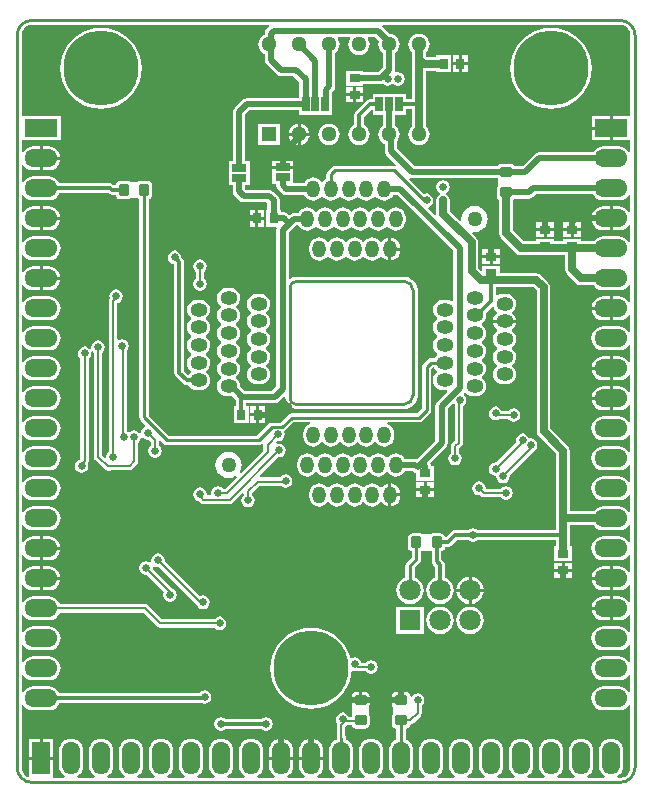
<source format=gbl>
G04*
G04 #@! TF.GenerationSoftware,Altium Limited,Altium Designer,21.2.2 (38)*
G04*
G04 Layer_Physical_Order=2*
G04 Layer_Color=16711680*
%FSLAX25Y25*%
%MOIN*%
G70*
G04*
G04 #@! TF.SameCoordinates,02BB65A1-8190-4807-ADF1-2835F9576F4A*
G04*
G04*
G04 #@! TF.FilePolarity,Positive*
G04*
G01*
G75*
%ADD11C,0.01000*%
%ADD13C,0.01200*%
%ADD16C,0.00800*%
%ADD17C,0.05079*%
%ADD18R,0.05079X0.05079*%
%ADD29C,0.02500*%
%ADD30C,0.02000*%
%ADD31O,0.04528X0.05709*%
%ADD32O,0.05709X0.04528*%
%ADD33C,0.05000*%
%ADD34C,0.07087*%
%ADD35R,0.07087X0.07087*%
%ADD36C,0.25000*%
%ADD37R,0.11000X0.06000*%
%ADD38O,0.11000X0.06000*%
%ADD39R,0.06000X0.11000*%
%ADD40O,0.06000X0.11000*%
%ADD41C,0.02800*%
%ADD42C,0.02500*%
%ADD43R,0.02500X0.05000*%
%ADD44R,0.05000X0.02500*%
%ADD45R,0.03740X0.02953*%
G04:AMPARAMS|DCode=46|XSize=39.37mil|YSize=35.43mil|CornerRadius=4.43mil|HoleSize=0mil|Usage=FLASHONLY|Rotation=0.000|XOffset=0mil|YOffset=0mil|HoleType=Round|Shape=RoundedRectangle|*
%AMROUNDEDRECTD46*
21,1,0.03937,0.02657,0,0,0.0*
21,1,0.03051,0.03543,0,0,0.0*
1,1,0.00886,0.01526,-0.01329*
1,1,0.00886,-0.01526,-0.01329*
1,1,0.00886,-0.01526,0.01329*
1,1,0.00886,0.01526,0.01329*
%
%ADD46ROUNDEDRECTD46*%
%ADD47R,0.02953X0.03740*%
G04:AMPARAMS|DCode=48|XSize=39.37mil|YSize=35.43mil|CornerRadius=4.43mil|HoleSize=0mil|Usage=FLASHONLY|Rotation=270.000|XOffset=0mil|YOffset=0mil|HoleType=Round|Shape=RoundedRectangle|*
%AMROUNDEDRECTD48*
21,1,0.03937,0.02657,0,0,270.0*
21,1,0.03051,0.03543,0,0,270.0*
1,1,0.00886,-0.01329,-0.01526*
1,1,0.00886,-0.01329,0.01526*
1,1,0.00886,0.01329,0.01526*
1,1,0.00886,0.01329,-0.01526*
%
%ADD48ROUNDEDRECTD48*%
G36*
X202012Y252337D02*
X202644Y252076D01*
X203212Y251696D01*
X203696Y251212D01*
X204076Y250644D01*
X204337Y250012D01*
X204471Y249342D01*
Y249000D01*
Y222000D01*
X198500D01*
Y218000D01*
Y214000D01*
X204471D01*
Y210299D01*
X204024Y210045D01*
X203971Y210048D01*
X203353Y210853D01*
X202517Y211494D01*
X201544Y211897D01*
X200500Y212035D01*
X195500D01*
X194456Y211897D01*
X193483Y211494D01*
X192647Y210853D01*
X192023Y210039D01*
X174000D01*
X173220Y209884D01*
X172558Y209442D01*
X168502Y205386D01*
X165786D01*
X165566Y205715D01*
X165089Y206034D01*
X164526Y206146D01*
X161474D01*
X160911Y206034D01*
X160434Y205715D01*
X160214Y205386D01*
X132498D01*
X126578Y211305D01*
Y213546D01*
X127092Y214215D01*
X127448Y215076D01*
X127570Y216000D01*
X127448Y216924D01*
X127092Y217785D01*
X126524Y218524D01*
X126039Y218897D01*
Y222500D01*
X129495D01*
Y224369D01*
X131706D01*
Y218701D01*
X131476Y218524D01*
X130908Y217785D01*
X130552Y216924D01*
X130430Y216000D01*
X130552Y215076D01*
X130908Y214215D01*
X131476Y213476D01*
X132215Y212908D01*
X133076Y212552D01*
X134000Y212430D01*
X134924Y212552D01*
X135785Y212908D01*
X136524Y213476D01*
X137092Y214215D01*
X137448Y215076D01*
X137570Y216000D01*
X137448Y216924D01*
X137092Y217785D01*
X136524Y218524D01*
X136294Y218701D01*
Y226000D01*
Y237206D01*
X139768D01*
Y236630D01*
X144720D01*
Y242370D01*
X139768D01*
Y241794D01*
X136415D01*
X136294Y241915D01*
Y243299D01*
X136524Y243476D01*
X137092Y244215D01*
X137448Y245076D01*
X137570Y246000D01*
X137448Y246924D01*
X137092Y247785D01*
X136524Y248524D01*
X135785Y249092D01*
X134924Y249448D01*
X134000Y249570D01*
X133076Y249448D01*
X132215Y249092D01*
X131476Y248524D01*
X130908Y247785D01*
X130552Y246924D01*
X130430Y246000D01*
X130552Y245076D01*
X130908Y244215D01*
X131476Y243476D01*
X131706Y243299D01*
Y240965D01*
Y227631D01*
X129495D01*
Y229500D01*
X118507D01*
Y227631D01*
X117500D01*
X116876Y227507D01*
X116347Y227153D01*
X115806Y226613D01*
X115370Y226884D01*
X115370Y227219D01*
Y228744D01*
X113000D01*
Y226768D01*
X114885D01*
X115253Y226768D01*
X115525Y226332D01*
X112847Y223654D01*
X112493Y223124D01*
X112369Y222500D01*
Y219155D01*
X112215Y219092D01*
X111476Y218524D01*
X110908Y217785D01*
X110552Y216924D01*
X110430Y216000D01*
X110552Y215076D01*
X110908Y214215D01*
X111476Y213476D01*
X112215Y212908D01*
X113076Y212552D01*
X114000Y212430D01*
X114924Y212552D01*
X115785Y212908D01*
X116524Y213476D01*
X117092Y214215D01*
X117448Y215076D01*
X117570Y216000D01*
X117448Y216924D01*
X117092Y217785D01*
X116524Y218524D01*
X115785Y219092D01*
X115631Y219155D01*
Y221824D01*
X118007Y224200D01*
X118507Y223992D01*
Y222500D01*
X121961D01*
Y218897D01*
X121476Y218524D01*
X120908Y217785D01*
X120552Y216924D01*
X120430Y216000D01*
X120552Y215076D01*
X120908Y214215D01*
X121476Y213476D01*
X122215Y212908D01*
X122500Y212790D01*
Y210461D01*
X122655Y209680D01*
X123098Y209019D01*
X126269Y205848D01*
X126258Y205822D01*
X125974Y205435D01*
X125500Y205529D01*
X106000D01*
X105415Y205413D01*
X104919Y205081D01*
X103544Y203707D01*
X103213Y203211D01*
X103097Y202626D01*
Y201269D01*
X102980Y201221D01*
X102298Y200698D01*
X101979Y200281D01*
X101368D01*
X101048Y200698D01*
X100366Y201221D01*
X99572Y201550D01*
X98721Y201662D01*
X97868Y201550D01*
X97075Y201221D01*
X96393Y200698D01*
X95870Y200016D01*
X95788Y199819D01*
X92000D01*
Y202750D01*
Y204500D01*
X88500D01*
X85000D01*
Y202750D01*
Y199507D01*
X86461D01*
Y199000D01*
X86616Y198220D01*
X87058Y197558D01*
X88279Y196338D01*
X88279Y196338D01*
X88940Y195896D01*
X89720Y195740D01*
X89720Y195740D01*
X95788D01*
X95870Y195543D01*
X96393Y194861D01*
X97075Y194338D01*
X97868Y194009D01*
X98721Y193897D01*
X99572Y194009D01*
X100366Y194338D01*
X101048Y194861D01*
X101368Y195278D01*
X101979D01*
X102298Y194861D01*
X102980Y194338D01*
X103774Y194009D01*
X104626Y193897D01*
X105478Y194009D01*
X106272Y194338D01*
X106954Y194861D01*
X107273Y195278D01*
X107884D01*
X108204Y194861D01*
X108886Y194338D01*
X109679Y194009D01*
X110531Y193897D01*
X111383Y194009D01*
X112178Y194338D01*
X112859Y194861D01*
X113179Y195278D01*
X113790D01*
X114109Y194861D01*
X114791Y194338D01*
X115585Y194009D01*
X116437Y193897D01*
X117289Y194009D01*
X118083Y194338D01*
X118765Y194861D01*
X119084Y195278D01*
X119695D01*
X120015Y194861D01*
X120697Y194338D01*
X121491Y194009D01*
X122343Y193897D01*
X123195Y194009D01*
X123988Y194338D01*
X124670Y194861D01*
X125193Y195543D01*
X125275Y195740D01*
X126876D01*
X145461Y177155D01*
Y160547D01*
X144961Y160301D01*
X144737Y160473D01*
X143943Y160802D01*
X143091Y160914D01*
X141909D01*
X141057Y160802D01*
X140263Y160473D01*
X139582Y159950D01*
X139058Y159268D01*
X138730Y158474D01*
X138618Y157622D01*
X138730Y156770D01*
X139058Y155976D01*
X139582Y155294D01*
X139998Y154975D01*
Y154364D01*
X139582Y154044D01*
X139058Y153363D01*
X138730Y152569D01*
X138618Y151716D01*
X138730Y150865D01*
X139058Y150071D01*
X139582Y149389D01*
X139998Y149069D01*
Y148458D01*
X139582Y148139D01*
X139058Y147457D01*
X138730Y146663D01*
X138618Y145811D01*
X138730Y144959D01*
X139058Y144165D01*
X139582Y143483D01*
X139998Y143164D01*
Y142553D01*
X139582Y142233D01*
X139058Y141551D01*
X139010Y141435D01*
X137906D01*
X137320Y141319D01*
X136824Y140987D01*
X135419Y139581D01*
X135087Y139085D01*
X134971Y138500D01*
Y124634D01*
X133367Y123029D01*
X91500D01*
X90915Y122913D01*
X90419Y122581D01*
X87717Y119879D01*
X84850D01*
X84265Y119763D01*
X83769Y119431D01*
X79866Y115529D01*
X50634D01*
X43876Y122287D01*
Y194543D01*
X44238Y194615D01*
X44715Y194934D01*
X45034Y195411D01*
X45146Y195974D01*
Y199026D01*
X45034Y199589D01*
X44715Y200066D01*
X44238Y200385D01*
X43675Y200497D01*
X41018D01*
X40455Y200385D01*
X40262Y200256D01*
X37738D01*
X37545Y200385D01*
X36982Y200497D01*
X34325D01*
X33762Y200385D01*
X33285Y200066D01*
X32966Y199589D01*
X32875Y199131D01*
X32176D01*
X32153Y199153D01*
X31624Y199507D01*
X31000Y199631D01*
X14154D01*
X13994Y200017D01*
X13353Y200853D01*
X12517Y201494D01*
X11544Y201897D01*
X10500Y202034D01*
X5500D01*
X4456Y201897D01*
X3483Y201494D01*
X2647Y200853D01*
X2029Y200048D01*
X1976Y200045D01*
X1529Y200299D01*
Y205701D01*
X1976Y205955D01*
X2029Y205952D01*
X2647Y205147D01*
X3483Y204506D01*
X4456Y204103D01*
X5500Y203965D01*
X7500D01*
Y208000D01*
Y212035D01*
X5500D01*
X4456Y211897D01*
X3483Y211494D01*
X2647Y210853D01*
X2029Y210048D01*
X1976Y210045D01*
X1529Y210299D01*
Y214000D01*
X14500D01*
Y222000D01*
X1529D01*
Y249000D01*
Y249342D01*
X1663Y250012D01*
X1924Y250644D01*
X2304Y251212D01*
X2788Y251696D01*
X3356Y252076D01*
X3988Y252337D01*
X4658Y252471D01*
X83949D01*
X84101Y251971D01*
X84058Y251942D01*
X83147Y251031D01*
X82705Y250370D01*
X82550Y249589D01*
Y249230D01*
X82215Y249092D01*
X81476Y248524D01*
X80908Y247785D01*
X80552Y246924D01*
X80430Y246000D01*
X80552Y245076D01*
X80908Y244215D01*
X81476Y243476D01*
X82215Y242908D01*
X82550Y242770D01*
Y240911D01*
X82705Y240130D01*
X83147Y239469D01*
X86558Y236058D01*
X86558Y236058D01*
X87220Y235616D01*
X88000Y235461D01*
X88000Y235461D01*
X92155D01*
X94120Y233496D01*
Y229500D01*
X93910D01*
Y228039D01*
X76500D01*
X75720Y227884D01*
X75058Y227442D01*
X72558Y224942D01*
X72116Y224280D01*
X71961Y223500D01*
Y206993D01*
X70500D01*
Y202493D01*
Y199250D01*
X71961D01*
Y197000D01*
X72116Y196220D01*
X72558Y195558D01*
X74058Y194058D01*
X74720Y193616D01*
X75500Y193461D01*
X83155D01*
X83461Y193155D01*
Y190870D01*
X83024D01*
Y185130D01*
X86294D01*
X86586Y184630D01*
X86461Y184000D01*
Y132016D01*
X84984Y130539D01*
X75879D01*
X74411Y132008D01*
X74414Y132032D01*
X74302Y132884D01*
X73973Y133677D01*
X73450Y134359D01*
X73033Y134679D01*
Y135290D01*
X73450Y135609D01*
X73973Y136291D01*
X74302Y137085D01*
X74414Y137937D01*
X74302Y138789D01*
X73973Y139583D01*
X73450Y140265D01*
X73033Y140584D01*
Y141195D01*
X73450Y141515D01*
X73973Y142197D01*
X74302Y142991D01*
X74414Y143842D01*
X74302Y144694D01*
X73973Y145489D01*
X73450Y146170D01*
X73033Y146490D01*
Y147101D01*
X73450Y147420D01*
X73973Y148102D01*
X74302Y148896D01*
X74414Y149748D01*
X74302Y150600D01*
X73973Y151394D01*
X73450Y152076D01*
X73033Y152395D01*
Y153006D01*
X73450Y153326D01*
X73973Y154008D01*
X74302Y154801D01*
X74414Y155654D01*
X74302Y156506D01*
X73973Y157299D01*
X73450Y157981D01*
X73033Y158301D01*
Y158912D01*
X73450Y159231D01*
X73973Y159913D01*
X74302Y160707D01*
X74414Y161559D01*
X74302Y162411D01*
X73973Y163205D01*
X73450Y163887D01*
X72768Y164410D01*
X71974Y164739D01*
X71122Y164851D01*
X69941D01*
X69089Y164739D01*
X68295Y164410D01*
X67613Y163887D01*
X67090Y163205D01*
X66761Y162411D01*
X66649Y161559D01*
X66761Y160707D01*
X67090Y159913D01*
X67613Y159231D01*
X68030Y158912D01*
Y158301D01*
X67613Y157981D01*
X67090Y157299D01*
X66761Y156506D01*
X66649Y155654D01*
X66761Y154801D01*
X67090Y154008D01*
X67613Y153326D01*
X68030Y153006D01*
Y152395D01*
X67613Y152076D01*
X67090Y151394D01*
X66761Y150600D01*
X66649Y149748D01*
X66761Y148896D01*
X67090Y148102D01*
X67613Y147420D01*
X68030Y147101D01*
Y146490D01*
X67613Y146170D01*
X67090Y145489D01*
X66761Y144694D01*
X66649Y143842D01*
X66761Y142991D01*
X67090Y142197D01*
X67613Y141515D01*
X68030Y141195D01*
Y140584D01*
X67613Y140265D01*
X67090Y139583D01*
X66761Y138789D01*
X66649Y137937D01*
X66761Y137085D01*
X67090Y136291D01*
X67613Y135609D01*
X68030Y135290D01*
Y134679D01*
X67613Y134359D01*
X67090Y133677D01*
X66761Y132884D01*
X66649Y132032D01*
X66761Y131179D01*
X67090Y130385D01*
X67613Y129704D01*
X68295Y129181D01*
X69089Y128852D01*
X69941Y128740D01*
X71122D01*
X71819Y128831D01*
X73113Y127538D01*
Y125370D01*
X72268D01*
Y119630D01*
X77220D01*
Y125370D01*
X76375D01*
Y126461D01*
X85828D01*
X86609Y126616D01*
X87270Y127058D01*
X89009Y128796D01*
X89471Y128605D01*
Y128000D01*
X89514Y127780D01*
X89536Y127556D01*
X89572Y127489D01*
X89587Y127415D01*
X89712Y127228D01*
X89818Y127030D01*
X89876Y126982D01*
X89919Y126919D01*
X90105Y126794D01*
X90279Y126651D01*
X90352Y126629D01*
X90415Y126587D01*
X90635Y126543D01*
X90850Y126478D01*
X91014Y126462D01*
X91245Y126366D01*
X91366Y126245D01*
X91462Y126014D01*
X91478Y125850D01*
X91543Y125635D01*
X91587Y125415D01*
X91629Y125352D01*
X91651Y125279D01*
X91794Y125105D01*
X91919Y124919D01*
X91982Y124876D01*
X92030Y124818D01*
X92228Y124712D01*
X92415Y124587D01*
X92489Y124572D01*
X92556Y124537D01*
X92780Y124514D01*
X93000Y124471D01*
X129296D01*
X129443Y124500D01*
X129594D01*
X130173Y124615D01*
X130313Y124673D01*
X130460Y124702D01*
X131006Y124928D01*
X131131Y125012D01*
X131271Y125070D01*
X131762Y125398D01*
X131869Y125505D01*
X131994Y125588D01*
X132412Y126006D01*
X132495Y126131D01*
X132602Y126238D01*
X132930Y126729D01*
X132988Y126868D01*
X133071Y126994D01*
X133298Y127540D01*
X133327Y127687D01*
X133385Y127826D01*
X133500Y128406D01*
Y128557D01*
X133529Y128705D01*
Y129000D01*
Y164000D01*
Y164295D01*
X133500Y164443D01*
Y164594D01*
X133385Y165173D01*
X133327Y165313D01*
X133298Y165460D01*
X133071Y166006D01*
X132988Y166131D01*
X132930Y166271D01*
X132602Y166762D01*
X132495Y166869D01*
X132412Y166994D01*
X131994Y167412D01*
X131869Y167495D01*
X131762Y167602D01*
X131271Y167930D01*
X131131Y167988D01*
X131006Y168071D01*
X130460Y168298D01*
X130313Y168327D01*
X130173Y168385D01*
X129594Y168500D01*
X129443D01*
X129296Y168529D01*
X92602D01*
X92017Y168413D01*
X91282Y168108D01*
X91039Y167946D01*
X90625Y168122D01*
X90539Y168214D01*
Y183155D01*
X93124Y185740D01*
X93819D01*
X93901Y185543D01*
X94424Y184861D01*
X95106Y184338D01*
X95900Y184009D01*
X96752Y183897D01*
X97604Y184009D01*
X98398Y184338D01*
X99080Y184861D01*
X99399Y185278D01*
X100010D01*
X100330Y184861D01*
X101012Y184338D01*
X101805Y184009D01*
X102657Y183897D01*
X103509Y184009D01*
X104303Y184338D01*
X104985Y184861D01*
X105305Y185278D01*
X105916D01*
X106235Y184861D01*
X106917Y184338D01*
X107711Y184009D01*
X108563Y183897D01*
X109415Y184009D01*
X110209Y184338D01*
X110891Y184861D01*
X111210Y185278D01*
X111821D01*
X112141Y184861D01*
X112822Y184338D01*
X113617Y184009D01*
X114469Y183897D01*
X115321Y184009D01*
X116114Y184338D01*
X116796Y184861D01*
X117116Y185278D01*
X117727D01*
X118046Y184861D01*
X118728Y184338D01*
X119522Y184009D01*
X120374Y183897D01*
X121226Y184009D01*
X122020Y184338D01*
X122702Y184861D01*
X123021Y185278D01*
X123632D01*
X123952Y184861D01*
X124634Y184338D01*
X125427Y184009D01*
X126279Y183897D01*
X127131Y184009D01*
X127926Y184338D01*
X128607Y184861D01*
X129130Y185543D01*
X129459Y186337D01*
X129571Y187189D01*
Y188370D01*
X129459Y189222D01*
X129130Y190016D01*
X128607Y190698D01*
X127926Y191221D01*
X127131Y191550D01*
X126279Y191662D01*
X125427Y191550D01*
X124634Y191221D01*
X123952Y190698D01*
X123632Y190281D01*
X123021D01*
X122702Y190698D01*
X122020Y191221D01*
X121226Y191550D01*
X120374Y191662D01*
X119522Y191550D01*
X118728Y191221D01*
X118046Y190698D01*
X117727Y190281D01*
X117116D01*
X116796Y190698D01*
X116114Y191221D01*
X115321Y191550D01*
X114469Y191662D01*
X113617Y191550D01*
X112822Y191221D01*
X112141Y190698D01*
X111821Y190281D01*
X111210D01*
X110891Y190698D01*
X110209Y191221D01*
X109415Y191550D01*
X108563Y191662D01*
X107711Y191550D01*
X106917Y191221D01*
X106235Y190698D01*
X105916Y190281D01*
X105305D01*
X104985Y190698D01*
X104303Y191221D01*
X103509Y191550D01*
X102657Y191662D01*
X101805Y191550D01*
X101012Y191221D01*
X100330Y190698D01*
X100010Y190281D01*
X99399D01*
X99080Y190698D01*
X98398Y191221D01*
X97604Y191550D01*
X96752Y191662D01*
X95900Y191550D01*
X95106Y191221D01*
X94424Y190698D01*
X93901Y190016D01*
X93819Y189819D01*
X92279D01*
X91499Y189664D01*
X90838Y189222D01*
X90750Y189134D01*
X90442Y189442D01*
X89780Y189884D01*
X89000Y190039D01*
X87976D01*
Y190870D01*
X87539D01*
Y194000D01*
X87384Y194780D01*
X86942Y195442D01*
X85442Y196942D01*
X84780Y197384D01*
X84000Y197539D01*
X76345D01*
X76039Y197845D01*
Y199250D01*
X77500D01*
Y202493D01*
Y206993D01*
X76039D01*
Y222655D01*
X77345Y223961D01*
X93910D01*
Y222500D01*
X104897D01*
Y226053D01*
X104936Y226250D01*
Y230053D01*
X105442Y230558D01*
X105884Y231220D01*
X106039Y232000D01*
Y243103D01*
X106524Y243476D01*
X107092Y244215D01*
X107448Y245076D01*
X107570Y246000D01*
X107448Y246924D01*
X107092Y247785D01*
X106917Y248012D01*
X107138Y248461D01*
X110862D01*
X111083Y248012D01*
X110908Y247785D01*
X110552Y246924D01*
X110430Y246000D01*
X110552Y245076D01*
X110908Y244215D01*
X111476Y243476D01*
X112215Y242908D01*
X113076Y242552D01*
X114000Y242430D01*
X114924Y242552D01*
X115785Y242908D01*
X116524Y243476D01*
X117092Y244215D01*
X117448Y245076D01*
X117570Y246000D01*
X117448Y246924D01*
X117092Y247785D01*
X116917Y248012D01*
X117138Y248461D01*
X119488D01*
X120690Y247259D01*
X120552Y246924D01*
X120430Y246000D01*
X120552Y245076D01*
X120908Y244215D01*
X121476Y243476D01*
X121961Y243103D01*
Y238345D01*
X120411Y236795D01*
X115370D01*
Y237232D01*
X109630D01*
Y232279D01*
X115370D01*
Y232717D01*
X121256D01*
X121921Y232849D01*
X122622Y232381D01*
X123500Y232206D01*
X124378Y232381D01*
X125122Y232878D01*
X125378D01*
X126122Y232381D01*
X127000Y232206D01*
X127878Y232381D01*
X128622Y232878D01*
X129120Y233622D01*
X129294Y234500D01*
X129120Y235378D01*
X128622Y236122D01*
X127878Y236619D01*
X127000Y236794D01*
X126384Y236672D01*
X125952Y237061D01*
X126039Y237500D01*
Y243103D01*
X126524Y243476D01*
X127092Y244215D01*
X127448Y245076D01*
X127570Y246000D01*
X127448Y246924D01*
X127092Y247785D01*
X126524Y248524D01*
X125785Y249092D01*
X124924Y249448D01*
X124169Y249548D01*
X121775Y251942D01*
X121732Y251971D01*
X121884Y252471D01*
X201342D01*
X202012Y252337D01*
D02*
G37*
G36*
X30347Y196346D02*
X30876Y195993D01*
X31500Y195869D01*
X32875D01*
X32966Y195411D01*
X33285Y194934D01*
X33762Y194615D01*
X34325Y194503D01*
X36982D01*
X37545Y194615D01*
X37738Y194744D01*
X40262D01*
X40455Y194615D01*
X40817Y194543D01*
Y121653D01*
X40933Y121068D01*
X41265Y120572D01*
X42743Y119095D01*
X42555Y118575D01*
X41878Y118122D01*
X41381Y117378D01*
X41229Y116614D01*
X40854Y116474D01*
X40728Y116464D01*
X40622Y116622D01*
X39878Y117120D01*
X39000Y117294D01*
X38122Y117120D01*
X37617Y116782D01*
X37250Y116663D01*
X36883Y116782D01*
X36677Y116919D01*
Y143961D01*
X37119Y144622D01*
X37294Y145500D01*
X37119Y146378D01*
X36622Y147122D01*
X35878Y147619D01*
X35000Y147794D01*
X34122Y147619D01*
X33868Y147450D01*
X33427Y147686D01*
Y159791D01*
X33878Y159880D01*
X34622Y160378D01*
X35120Y161122D01*
X35294Y162000D01*
X35120Y162878D01*
X34622Y163622D01*
X33878Y164120D01*
X33000Y164294D01*
X32122Y164120D01*
X31378Y163622D01*
X30880Y162878D01*
X30706Y162000D01*
X30840Y161324D01*
X30681Y161086D01*
X30573Y160540D01*
X30573Y160540D01*
Y110252D01*
X30378Y110122D01*
X29880Y109378D01*
X29709Y108517D01*
X29509Y108380D01*
X29268Y108251D01*
X28427Y109091D01*
Y143248D01*
X28622Y143378D01*
X29120Y144122D01*
X29294Y145000D01*
X29120Y145878D01*
X28622Y146622D01*
X27878Y147119D01*
X27000Y147294D01*
X26122Y147119D01*
X25378Y146622D01*
X24881Y145878D01*
X24706Y145000D01*
X24805Y144500D01*
X24335Y144304D01*
X24122Y144622D01*
X23378Y145120D01*
X22500Y145294D01*
X21622Y145120D01*
X20878Y144622D01*
X20380Y143878D01*
X20206Y143000D01*
X20380Y142122D01*
X20878Y141378D01*
X21073Y141248D01*
Y107709D01*
X20622Y107620D01*
X19878Y107122D01*
X19380Y106378D01*
X19206Y105500D01*
X19380Y104622D01*
X19878Y103878D01*
X20622Y103381D01*
X21500Y103206D01*
X22378Y103381D01*
X23122Y103878D01*
X23619Y104622D01*
X23794Y105500D01*
X23660Y106176D01*
X23819Y106414D01*
X23927Y106960D01*
Y141248D01*
X24122Y141378D01*
X24620Y142122D01*
X24794Y143000D01*
X24694Y143500D01*
X25166Y143696D01*
X25378Y143378D01*
X25573Y143248D01*
Y108500D01*
X25573Y108500D01*
X25681Y107954D01*
X25991Y107491D01*
X29159Y104322D01*
X29622Y104013D01*
X30169Y103904D01*
X30169Y103904D01*
X30831D01*
X30831Y103904D01*
X31378Y104013D01*
X31467Y104073D01*
X37500D01*
X37500Y104073D01*
X38046Y104181D01*
X38509Y104491D01*
X40009Y105991D01*
X40319Y106454D01*
X40427Y107000D01*
X40427Y107000D01*
Y113248D01*
X40622Y113378D01*
X41120Y114122D01*
X41271Y114886D01*
X41646Y115026D01*
X41772Y115036D01*
X41878Y114878D01*
X42622Y114381D01*
X43500Y114206D01*
X43730Y114252D01*
X44573Y113409D01*
Y112252D01*
X44378Y112122D01*
X43881Y111378D01*
X43706Y110500D01*
X43881Y109622D01*
X44378Y108878D01*
X45122Y108380D01*
X46000Y108206D01*
X46878Y108380D01*
X47622Y108878D01*
X48120Y109622D01*
X48294Y110500D01*
X48120Y111378D01*
X47622Y112122D01*
X47427Y112252D01*
Y113703D01*
X47927Y113910D01*
X48919Y112919D01*
X49415Y112587D01*
X50000Y112471D01*
X80500D01*
X81085Y112587D01*
X81581Y112919D01*
X81662Y112999D01*
X82123Y112753D01*
X82073Y112500D01*
X82073Y112500D01*
Y110591D01*
X74597Y103115D01*
X74220Y103446D01*
X74345Y103609D01*
X74785Y104671D01*
X74935Y105811D01*
X74785Y106951D01*
X74345Y108013D01*
X73646Y108925D01*
X72733Y109625D01*
X71671Y110065D01*
X70531Y110215D01*
X69392Y110065D01*
X68330Y109625D01*
X67418Y108925D01*
X66718Y108013D01*
X66278Y106951D01*
X66128Y105811D01*
X66278Y104671D01*
X66718Y103609D01*
X67418Y102697D01*
X68330Y101997D01*
X69392Y101557D01*
X70531Y101407D01*
X71671Y101557D01*
X72733Y101997D01*
X72897Y102122D01*
X73227Y101746D01*
X69409Y97927D01*
X68752D01*
X68622Y98122D01*
X67878Y98619D01*
X67000Y98794D01*
X66122Y98619D01*
X65378Y98122D01*
X64881Y97378D01*
X64706Y96500D01*
X64793Y96064D01*
X64476Y95677D01*
X63559D01*
X63294Y96000D01*
X63119Y96878D01*
X62622Y97622D01*
X61878Y98119D01*
X61000Y98294D01*
X60122Y98119D01*
X59378Y97622D01*
X58881Y96878D01*
X58706Y96000D01*
X58881Y95122D01*
X59378Y94378D01*
X60122Y93881D01*
X60511Y93803D01*
X60574Y93709D01*
X61043Y93241D01*
X61043Y93241D01*
X61506Y92931D01*
X62052Y92823D01*
X70932D01*
X70932Y92823D01*
X71478Y92931D01*
X71941Y93241D01*
X75111Y96410D01*
X75573Y96219D01*
Y95752D01*
X75378Y95622D01*
X74881Y94878D01*
X74706Y94000D01*
X74881Y93122D01*
X75378Y92378D01*
X76122Y91881D01*
X77000Y91706D01*
X77878Y91881D01*
X78622Y92378D01*
X79119Y93122D01*
X79294Y94000D01*
X79119Y94878D01*
X78622Y95622D01*
X78427Y95752D01*
Y96409D01*
X80841Y98823D01*
X87961D01*
X88622Y98381D01*
X89500Y98206D01*
X90378Y98381D01*
X91122Y98878D01*
X91619Y99622D01*
X91794Y100500D01*
X91619Y101378D01*
X91122Y102122D01*
X90378Y102620D01*
X89500Y102794D01*
X88622Y102620D01*
X87878Y102122D01*
X87581Y101677D01*
X81031D01*
X80840Y102139D01*
X87111Y108411D01*
X87341Y108365D01*
X88219Y108540D01*
X88963Y109037D01*
X89460Y109781D01*
X89635Y110659D01*
X89460Y111537D01*
X88963Y112281D01*
X88219Y112778D01*
X87341Y112953D01*
X86976Y112881D01*
X86407Y113272D01*
X86390Y113371D01*
X86770Y113752D01*
X87000Y113706D01*
X87878Y113881D01*
X88622Y114378D01*
X89119Y115122D01*
X89294Y116000D01*
X89119Y116878D01*
X89035Y117004D01*
X89431Y117269D01*
X92133Y119971D01*
X97502D01*
X97601Y119471D01*
X97075Y119253D01*
X96393Y118729D01*
X95870Y118048D01*
X95541Y117254D01*
X95429Y116402D01*
Y115220D01*
X95541Y114368D01*
X95870Y113575D01*
X96393Y112893D01*
X97075Y112370D01*
X97868Y112041D01*
X98721Y111928D01*
X99572Y112041D01*
X100366Y112370D01*
X101048Y112893D01*
X101368Y113309D01*
X101979D01*
X102298Y112893D01*
X102980Y112370D01*
X103774Y112041D01*
X104626Y111928D01*
X105478Y112041D01*
X106272Y112370D01*
X106954Y112893D01*
X107273Y113309D01*
X107884D01*
X108204Y112893D01*
X108886Y112370D01*
X109679Y112041D01*
X110531Y111928D01*
X111383Y112041D01*
X112178Y112370D01*
X112859Y112893D01*
X113179Y113309D01*
X113790D01*
X114109Y112893D01*
X114791Y112370D01*
X115585Y112041D01*
X116437Y111928D01*
X117289Y112041D01*
X118083Y112370D01*
X118765Y112893D01*
X119084Y113309D01*
X119695D01*
X120015Y112893D01*
X120697Y112370D01*
X121491Y112041D01*
X122343Y111928D01*
X123195Y112041D01*
X123988Y112370D01*
X124670Y112893D01*
X125193Y113575D01*
X125522Y114368D01*
X125635Y115220D01*
Y116402D01*
X125522Y117254D01*
X125193Y118048D01*
X124670Y118729D01*
X123988Y119253D01*
X123462Y119471D01*
X123561Y119971D01*
X134000D01*
X134585Y120087D01*
X135081Y120419D01*
X137581Y122919D01*
X137913Y123415D01*
X138029Y124000D01*
Y137866D01*
X138539Y138376D01*
X139010D01*
X139058Y138259D01*
X139582Y137578D01*
X139998Y137258D01*
Y136647D01*
X139582Y136328D01*
X139058Y135646D01*
X138730Y134852D01*
X138618Y134000D01*
X138730Y133148D01*
X139058Y132354D01*
X139582Y131672D01*
X140263Y131149D01*
X141057Y130820D01*
X141909Y130708D01*
X143091D01*
X143164Y130718D01*
X143386Y130269D01*
X140058Y126942D01*
X139616Y126280D01*
X139461Y125500D01*
Y113845D01*
X133355Y107739D01*
X132795Y107850D01*
X129212D01*
X129130Y108048D01*
X128607Y108729D01*
X127926Y109253D01*
X127131Y109581D01*
X126279Y109694D01*
X125427Y109581D01*
X124634Y109253D01*
X123952Y108729D01*
X123632Y108313D01*
X123021D01*
X122702Y108729D01*
X122020Y109253D01*
X121226Y109581D01*
X120374Y109694D01*
X119522Y109581D01*
X118728Y109253D01*
X118046Y108729D01*
X117727Y108313D01*
X117116D01*
X116796Y108729D01*
X116114Y109253D01*
X115321Y109581D01*
X114469Y109694D01*
X113617Y109581D01*
X112822Y109253D01*
X112141Y108729D01*
X111821Y108313D01*
X111210D01*
X110891Y108729D01*
X110209Y109253D01*
X109415Y109581D01*
X108563Y109694D01*
X107711Y109581D01*
X106917Y109253D01*
X106235Y108729D01*
X105916Y108313D01*
X105305D01*
X104985Y108729D01*
X104303Y109253D01*
X103509Y109581D01*
X102657Y109694D01*
X101805Y109581D01*
X101012Y109253D01*
X100330Y108729D01*
X100010Y108313D01*
X99399D01*
X99080Y108729D01*
X98398Y109253D01*
X97604Y109581D01*
X96752Y109694D01*
X95900Y109581D01*
X95106Y109253D01*
X94424Y108729D01*
X93901Y108048D01*
X93572Y107254D01*
X93460Y106402D01*
Y105220D01*
X93572Y104368D01*
X93901Y103575D01*
X94424Y102893D01*
X95106Y102370D01*
X95900Y102041D01*
X96752Y101928D01*
X97604Y102041D01*
X98398Y102370D01*
X99080Y102893D01*
X99399Y103309D01*
X100010D01*
X100330Y102893D01*
X101012Y102370D01*
X101805Y102041D01*
X102657Y101928D01*
X103509Y102041D01*
X104303Y102370D01*
X104985Y102893D01*
X105305Y103309D01*
X105916D01*
X106235Y102893D01*
X106917Y102370D01*
X107711Y102041D01*
X108563Y101928D01*
X109415Y102041D01*
X110209Y102370D01*
X110891Y102893D01*
X111210Y103309D01*
X111821D01*
X112141Y102893D01*
X112822Y102370D01*
X113617Y102041D01*
X114469Y101928D01*
X115321Y102041D01*
X116114Y102370D01*
X116796Y102893D01*
X117116Y103309D01*
X117727D01*
X118046Y102893D01*
X118728Y102370D01*
X119522Y102041D01*
X120374Y101928D01*
X121226Y102041D01*
X122020Y102370D01*
X122702Y102893D01*
X123021Y103309D01*
X123632D01*
X123952Y102893D01*
X124634Y102370D01*
X125427Y102041D01*
X126279Y101928D01*
X127131Y102041D01*
X127926Y102370D01*
X128607Y102893D01*
X129130Y103575D01*
X129212Y103772D01*
X131951D01*
X132111Y103611D01*
X132773Y103169D01*
X133130Y103098D01*
Y100524D01*
X138870D01*
Y105476D01*
X138039D01*
Y105500D01*
X137884Y106280D01*
X137796Y106412D01*
X142942Y111558D01*
X142942Y111558D01*
X143384Y112220D01*
X143539Y113000D01*
Y124655D01*
X145155Y126271D01*
X145653Y126222D01*
X145830Y125957D01*
Y113850D01*
X144991Y113011D01*
X144681Y112548D01*
X144573Y112001D01*
X144573Y112001D01*
Y109752D01*
X144378Y109622D01*
X143880Y108878D01*
X143706Y108000D01*
X143880Y107122D01*
X144378Y106378D01*
X145122Y105880D01*
X146000Y105706D01*
X146878Y105880D01*
X147622Y106378D01*
X148119Y107122D01*
X148294Y108000D01*
X148119Y108878D01*
X147622Y109622D01*
X147427Y109752D01*
Y111410D01*
X148267Y112250D01*
X148267Y112250D01*
X148576Y112713D01*
X148685Y113259D01*
Y125560D01*
X149137Y125863D01*
X149635Y126607D01*
X149809Y127485D01*
X149635Y128363D01*
X149137Y129107D01*
X149066Y129686D01*
X149582Y129704D01*
X150264Y129181D01*
X151057Y128852D01*
X151909Y128740D01*
X153091D01*
X153943Y128852D01*
X154736Y129181D01*
X155418Y129704D01*
X155941Y130385D01*
X156270Y131179D01*
X156383Y132032D01*
X156270Y132884D01*
X155941Y133677D01*
X155418Y134359D01*
X155002Y134679D01*
Y135290D01*
X155418Y135609D01*
X155941Y136291D01*
X156270Y137085D01*
X156383Y137937D01*
X156270Y138789D01*
X155941Y139583D01*
X155418Y140265D01*
X155002Y140584D01*
Y141195D01*
X155418Y141515D01*
X155941Y142197D01*
X156270Y142991D01*
X156383Y143842D01*
X156270Y144695D01*
X155941Y145489D01*
X155418Y146170D01*
X155002Y146490D01*
Y147101D01*
X155418Y147420D01*
X155941Y148102D01*
X156270Y148896D01*
X156383Y149748D01*
X156270Y150600D01*
X155941Y151394D01*
X155418Y152076D01*
X155002Y152395D01*
Y153006D01*
X155418Y153326D01*
X155941Y154008D01*
X156270Y154801D01*
X156383Y155654D01*
X156270Y156506D01*
X156264Y156520D01*
X158275Y158530D01*
X158864Y158413D01*
X159058Y157945D01*
X159582Y157263D01*
X159998Y156943D01*
Y156333D01*
X159582Y156013D01*
X159058Y155331D01*
X158730Y154537D01*
X158683Y154185D01*
X162500D01*
X166317D01*
X166270Y154537D01*
X165942Y155331D01*
X165418Y156013D01*
X165002Y156333D01*
Y156943D01*
X165418Y157263D01*
X165942Y157945D01*
X166270Y158739D01*
X166383Y159591D01*
X166270Y160443D01*
X165942Y161237D01*
X165418Y161918D01*
X164736Y162442D01*
X163943Y162770D01*
X163091Y162882D01*
X161909D01*
X161057Y162770D01*
X160264Y162442D01*
X160080Y162301D01*
X159631Y162522D01*
Y165206D01*
X172050D01*
X173206Y164050D01*
Y117000D01*
X173380Y116122D01*
X173878Y115378D01*
X179706Y109550D01*
Y88000D01*
Y84131D01*
X153608D01*
X152878Y84619D01*
X152000Y84794D01*
X151122Y84619D01*
X150392Y84131D01*
X146000D01*
X145376Y84007D01*
X144846Y83653D01*
X143084Y81891D01*
X142541Y82055D01*
X142534Y82089D01*
X142216Y82566D01*
X141738Y82885D01*
X141175Y82997D01*
X138518D01*
X137955Y82885D01*
X137762Y82756D01*
X135238D01*
X135045Y82885D01*
X134482Y82997D01*
X131825D01*
X131262Y82885D01*
X130784Y82566D01*
X130466Y82089D01*
X130354Y81526D01*
Y78474D01*
X130466Y77911D01*
X130784Y77434D01*
X131262Y77115D01*
X131624Y77043D01*
Y75018D01*
X129919Y73312D01*
X129587Y72816D01*
X129471Y72231D01*
Y68284D01*
X128709Y67969D01*
X127760Y67240D01*
X127031Y66291D01*
X126574Y65186D01*
X126418Y64000D01*
X126574Y62814D01*
X127031Y61709D01*
X127760Y60760D01*
X128709Y60031D01*
X129814Y59574D01*
X131000Y59417D01*
X132186Y59574D01*
X133291Y60031D01*
X134240Y60760D01*
X134969Y61709D01*
X135426Y62814D01*
X135582Y64000D01*
X135426Y65186D01*
X134969Y66291D01*
X134240Y67240D01*
X133291Y67969D01*
X132529Y68284D01*
Y71597D01*
X134235Y73303D01*
X134566Y73799D01*
X134683Y74384D01*
Y77043D01*
X135045Y77115D01*
X135238Y77244D01*
X137762D01*
X137955Y77115D01*
X138215Y77063D01*
Y73654D01*
X138339Y73029D01*
X138693Y72500D01*
X139369Y71824D01*
Y68242D01*
X138709Y67969D01*
X137760Y67240D01*
X137031Y66291D01*
X136574Y65186D01*
X136417Y64000D01*
X136574Y62814D01*
X137031Y61709D01*
X137760Y60760D01*
X138709Y60031D01*
X139814Y59574D01*
X141000Y59417D01*
X142186Y59574D01*
X143291Y60031D01*
X144240Y60760D01*
X144969Y61709D01*
X145426Y62814D01*
X145582Y64000D01*
X145426Y65186D01*
X144969Y66291D01*
X144240Y67240D01*
X143291Y67969D01*
X142631Y68242D01*
Y72500D01*
X142507Y73124D01*
X142154Y73654D01*
X141478Y74329D01*
Y77063D01*
X141738Y77115D01*
X142216Y77434D01*
X142534Y77911D01*
X142625Y78369D01*
X143500D01*
X144124Y78493D01*
X144653Y78847D01*
X146676Y80869D01*
X150392D01*
X151122Y80381D01*
X152000Y80206D01*
X152878Y80381D01*
X153608Y80869D01*
X179706D01*
Y78732D01*
X179130D01*
Y73779D01*
X184870D01*
Y78732D01*
X184294D01*
Y82128D01*
Y85706D01*
X192218D01*
X192647Y85147D01*
X193483Y84506D01*
X194456Y84103D01*
X195500Y83965D01*
X200500D01*
X201544Y84103D01*
X202517Y84506D01*
X203353Y85147D01*
X203971Y85952D01*
X204024Y85955D01*
X204471Y85701D01*
Y80299D01*
X204024Y80045D01*
X203971Y80048D01*
X203353Y80853D01*
X202517Y81494D01*
X201544Y81897D01*
X200500Y82034D01*
X195500D01*
X194456Y81897D01*
X193483Y81494D01*
X192647Y80853D01*
X192006Y80017D01*
X191603Y79044D01*
X191465Y78000D01*
X191603Y76956D01*
X192006Y75983D01*
X192647Y75147D01*
X193483Y74506D01*
X194456Y74103D01*
X195500Y73966D01*
X200500D01*
X201544Y74103D01*
X202517Y74506D01*
X203353Y75147D01*
X203971Y75952D01*
X204024Y75955D01*
X204471Y75701D01*
Y70299D01*
X204024Y70045D01*
X203971Y70048D01*
X203353Y70853D01*
X202517Y71494D01*
X201544Y71897D01*
X200500Y72035D01*
X198500D01*
Y68000D01*
Y63965D01*
X200500D01*
X201544Y64103D01*
X202517Y64506D01*
X203353Y65147D01*
X203971Y65952D01*
X204024Y65955D01*
X204471Y65701D01*
Y60299D01*
X204024Y60045D01*
X203971Y60048D01*
X203353Y60853D01*
X202517Y61494D01*
X201544Y61897D01*
X200500Y62034D01*
X198500D01*
Y58000D01*
Y53966D01*
X200500D01*
X201544Y54103D01*
X202517Y54506D01*
X203353Y55147D01*
X203971Y55952D01*
X204024Y55955D01*
X204471Y55701D01*
Y50299D01*
X204024Y50045D01*
X203971Y50048D01*
X203353Y50853D01*
X202517Y51494D01*
X201544Y51897D01*
X200500Y52034D01*
X195500D01*
X194456Y51897D01*
X193483Y51494D01*
X192647Y50853D01*
X192006Y50017D01*
X191603Y49044D01*
X191465Y48000D01*
X191603Y46956D01*
X192006Y45983D01*
X192647Y45147D01*
X193483Y44506D01*
X194456Y44103D01*
X195500Y43966D01*
X200500D01*
X201544Y44103D01*
X202517Y44506D01*
X203353Y45147D01*
X203971Y45952D01*
X204024Y45955D01*
X204471Y45701D01*
Y40299D01*
X204024Y40045D01*
X203971Y40048D01*
X203353Y40853D01*
X202517Y41494D01*
X201544Y41897D01*
X200500Y42035D01*
X195500D01*
X194456Y41897D01*
X193483Y41494D01*
X192647Y40853D01*
X192006Y40017D01*
X191603Y39044D01*
X191465Y38000D01*
X191603Y36956D01*
X192006Y35983D01*
X192647Y35147D01*
X193483Y34506D01*
X194456Y34103D01*
X195500Y33966D01*
X200500D01*
X201544Y34103D01*
X202517Y34506D01*
X203353Y35147D01*
X203971Y35952D01*
X204024Y35955D01*
X204471Y35701D01*
Y30299D01*
X204024Y30045D01*
X203971Y30048D01*
X203353Y30853D01*
X202517Y31494D01*
X201544Y31897D01*
X200500Y32035D01*
X195500D01*
X194456Y31897D01*
X193483Y31494D01*
X192647Y30853D01*
X192006Y30017D01*
X191603Y29044D01*
X191465Y28000D01*
X191603Y26956D01*
X192006Y25983D01*
X192647Y25147D01*
X193483Y24506D01*
X194456Y24103D01*
X195500Y23966D01*
X200500D01*
X201544Y24103D01*
X202517Y24506D01*
X203353Y25147D01*
X203971Y25952D01*
X204024Y25955D01*
X204471Y25701D01*
Y5000D01*
Y4658D01*
X204337Y3988D01*
X204076Y3356D01*
X203696Y2788D01*
X203212Y2304D01*
X202644Y1924D01*
X202012Y1663D01*
X201342Y1529D01*
X200299D01*
X200045Y1976D01*
X200048Y2029D01*
X200853Y2647D01*
X201494Y3483D01*
X201897Y4456D01*
X202034Y5500D01*
Y10500D01*
X201897Y11544D01*
X201494Y12517D01*
X200853Y13353D01*
X200017Y13994D01*
X199044Y14397D01*
X198000Y14535D01*
X196956Y14397D01*
X195983Y13994D01*
X195147Y13353D01*
X194506Y12517D01*
X194103Y11544D01*
X193965Y10500D01*
Y5500D01*
X194103Y4456D01*
X194506Y3483D01*
X195147Y2647D01*
X195952Y2029D01*
X195955Y1976D01*
X195701Y1529D01*
X190299D01*
X190045Y1976D01*
X190048Y2029D01*
X190853Y2647D01*
X191494Y3483D01*
X191897Y4456D01*
X192034Y5500D01*
Y10500D01*
X191897Y11544D01*
X191494Y12517D01*
X190853Y13353D01*
X190017Y13994D01*
X189044Y14397D01*
X188000Y14535D01*
X186956Y14397D01*
X185983Y13994D01*
X185147Y13353D01*
X184506Y12517D01*
X184103Y11544D01*
X183966Y10500D01*
Y5500D01*
X184103Y4456D01*
X184506Y3483D01*
X185147Y2647D01*
X185952Y2029D01*
X185955Y1976D01*
X185701Y1529D01*
X180299D01*
X180045Y1976D01*
X180048Y2029D01*
X180853Y2647D01*
X181494Y3483D01*
X181897Y4456D01*
X182035Y5500D01*
Y10500D01*
X181897Y11544D01*
X181494Y12517D01*
X180853Y13353D01*
X180017Y13994D01*
X179044Y14397D01*
X178000Y14535D01*
X176956Y14397D01*
X175983Y13994D01*
X175147Y13353D01*
X174506Y12517D01*
X174103Y11544D01*
X173966Y10500D01*
Y5500D01*
X174103Y4456D01*
X174506Y3483D01*
X175147Y2647D01*
X175952Y2029D01*
X175955Y1976D01*
X175701Y1529D01*
X170299D01*
X170045Y1976D01*
X170048Y2029D01*
X170853Y2647D01*
X171494Y3483D01*
X171897Y4456D01*
X172035Y5500D01*
Y10500D01*
X171897Y11544D01*
X171494Y12517D01*
X170853Y13353D01*
X170017Y13994D01*
X169044Y14397D01*
X168000Y14535D01*
X166956Y14397D01*
X165983Y13994D01*
X165147Y13353D01*
X164506Y12517D01*
X164103Y11544D01*
X163965Y10500D01*
Y5500D01*
X164103Y4456D01*
X164506Y3483D01*
X165147Y2647D01*
X165952Y2029D01*
X165955Y1976D01*
X165701Y1529D01*
X160299D01*
X160045Y1976D01*
X160048Y2029D01*
X160853Y2647D01*
X161494Y3483D01*
X161897Y4456D01*
X162034Y5500D01*
Y10500D01*
X161897Y11544D01*
X161494Y12517D01*
X160853Y13353D01*
X160017Y13994D01*
X159044Y14397D01*
X158000Y14535D01*
X156956Y14397D01*
X155983Y13994D01*
X155147Y13353D01*
X154506Y12517D01*
X154103Y11544D01*
X153965Y10500D01*
Y5500D01*
X154103Y4456D01*
X154506Y3483D01*
X155147Y2647D01*
X155952Y2029D01*
X155955Y1976D01*
X155701Y1529D01*
X150299D01*
X150045Y1976D01*
X150048Y2029D01*
X150853Y2647D01*
X151494Y3483D01*
X151897Y4456D01*
X152034Y5500D01*
Y10500D01*
X151897Y11544D01*
X151494Y12517D01*
X150853Y13353D01*
X150017Y13994D01*
X149044Y14397D01*
X148000Y14535D01*
X146956Y14397D01*
X145983Y13994D01*
X145147Y13353D01*
X144506Y12517D01*
X144103Y11544D01*
X143965Y10500D01*
Y5500D01*
X144103Y4456D01*
X144506Y3483D01*
X145147Y2647D01*
X145952Y2029D01*
X145955Y1976D01*
X145701Y1529D01*
X140299D01*
X140045Y1976D01*
X140048Y2029D01*
X140853Y2647D01*
X141494Y3483D01*
X141897Y4456D01*
X142034Y5500D01*
Y10500D01*
X141897Y11544D01*
X141494Y12517D01*
X140853Y13353D01*
X140017Y13994D01*
X139044Y14397D01*
X138000Y14535D01*
X136956Y14397D01*
X135983Y13994D01*
X135147Y13353D01*
X134506Y12517D01*
X134103Y11544D01*
X133966Y10500D01*
Y5500D01*
X134103Y4456D01*
X134506Y3483D01*
X135147Y2647D01*
X135952Y2029D01*
X135955Y1976D01*
X135701Y1529D01*
X130299D01*
X130045Y1976D01*
X130048Y2029D01*
X130853Y2647D01*
X131494Y3483D01*
X131897Y4456D01*
X132035Y5500D01*
Y10500D01*
X131897Y11544D01*
X131494Y12517D01*
X130853Y13353D01*
X130017Y13994D01*
X129529Y14196D01*
Y17854D01*
X130089Y17966D01*
X130566Y18284D01*
X130885Y18762D01*
X130900Y18840D01*
X131154Y19226D01*
X131700Y19335D01*
X132163Y19644D01*
X134509Y21991D01*
X134509Y21991D01*
X134819Y22454D01*
X134927Y23000D01*
X134927Y23000D01*
Y25748D01*
X135122Y25878D01*
X135619Y26622D01*
X135794Y27500D01*
X135619Y28378D01*
X135122Y29122D01*
X134378Y29620D01*
X133500Y29794D01*
X132622Y29620D01*
X131878Y29122D01*
X131497Y28552D01*
X131050Y28662D01*
X130992Y28697D01*
X130885Y29238D01*
X130566Y29715D01*
X130089Y30034D01*
X129526Y30146D01*
X128500D01*
Y27347D01*
X128000D01*
Y26847D01*
X125003D01*
Y26018D01*
X125115Y25455D01*
X125244Y25262D01*
Y22738D01*
X125115Y22545D01*
X125003Y21982D01*
Y19325D01*
X125115Y18762D01*
X125434Y18284D01*
X125911Y17966D01*
X126471Y17854D01*
Y14196D01*
X125983Y13994D01*
X125147Y13353D01*
X124506Y12517D01*
X124103Y11544D01*
X123966Y10500D01*
Y5500D01*
X124103Y4456D01*
X124506Y3483D01*
X125147Y2647D01*
X125952Y2029D01*
X125955Y1976D01*
X125701Y1529D01*
X120299D01*
X120045Y1976D01*
X120048Y2029D01*
X120853Y2647D01*
X121494Y3483D01*
X121897Y4456D01*
X122035Y5500D01*
Y10500D01*
X121897Y11544D01*
X121494Y12517D01*
X120853Y13353D01*
X120017Y13994D01*
X119044Y14397D01*
X118000Y14535D01*
X116956Y14397D01*
X115983Y13994D01*
X115147Y13353D01*
X114506Y12517D01*
X114103Y11544D01*
X113965Y10500D01*
Y5500D01*
X114103Y4456D01*
X114506Y3483D01*
X115147Y2647D01*
X115952Y2029D01*
X115955Y1976D01*
X115701Y1529D01*
X110299D01*
X110045Y1976D01*
X110048Y2029D01*
X110853Y2647D01*
X111494Y3483D01*
X111897Y4456D01*
X112034Y5500D01*
Y10500D01*
X111897Y11544D01*
X111494Y12517D01*
X110853Y13353D01*
X110017Y13994D01*
X109800Y14084D01*
Y14723D01*
X109692Y15270D01*
X109427Y15665D01*
Y18449D01*
X110009Y19031D01*
X110009Y19031D01*
X110051Y19073D01*
X111553D01*
X111615Y18762D01*
X111934Y18284D01*
X112411Y17966D01*
X112974Y17854D01*
X116026D01*
X116589Y17966D01*
X117066Y18284D01*
X117385Y18762D01*
X117497Y19325D01*
Y21982D01*
X117385Y22545D01*
X117256Y22738D01*
Y25262D01*
X117385Y25455D01*
X117497Y26018D01*
Y26847D01*
X111503D01*
Y26018D01*
X111615Y25455D01*
X111744Y25262D01*
Y22738D01*
X111615Y22545D01*
X111503Y21982D01*
Y21927D01*
X110586D01*
X110122Y22622D01*
X109378Y23120D01*
X108500Y23294D01*
X107622Y23120D01*
X106878Y22622D01*
X106380Y21878D01*
X106206Y21000D01*
X106380Y20122D01*
X106710Y19629D01*
X106681Y19586D01*
X106573Y19040D01*
X106573Y19040D01*
Y14238D01*
X105983Y13994D01*
X105147Y13353D01*
X104506Y12517D01*
X104103Y11544D01*
X103965Y10500D01*
Y5500D01*
X104103Y4456D01*
X104506Y3483D01*
X105147Y2647D01*
X105952Y2029D01*
X105955Y1976D01*
X105701Y1529D01*
X100299D01*
X100045Y1976D01*
X100048Y2029D01*
X100853Y2647D01*
X101494Y3483D01*
X101897Y4456D01*
X102034Y5500D01*
Y7500D01*
X98000D01*
X93966D01*
Y5500D01*
X94103Y4456D01*
X94506Y3483D01*
X95147Y2647D01*
X95952Y2029D01*
X95955Y1976D01*
X95701Y1529D01*
X90299D01*
X90045Y1976D01*
X90048Y2029D01*
X90853Y2647D01*
X91494Y3483D01*
X91897Y4456D01*
X92035Y5500D01*
Y7500D01*
X88000D01*
X83965D01*
Y5500D01*
X84103Y4456D01*
X84506Y3483D01*
X85147Y2647D01*
X85952Y2029D01*
X85955Y1976D01*
X85701Y1529D01*
X80299D01*
X80045Y1976D01*
X80048Y2029D01*
X80853Y2647D01*
X81494Y3483D01*
X81897Y4456D01*
X82034Y5500D01*
Y10500D01*
X81897Y11544D01*
X81494Y12517D01*
X80853Y13353D01*
X80017Y13994D01*
X79044Y14397D01*
X78000Y14535D01*
X76956Y14397D01*
X75983Y13994D01*
X75147Y13353D01*
X74506Y12517D01*
X74103Y11544D01*
X73966Y10500D01*
Y5500D01*
X74103Y4456D01*
X74506Y3483D01*
X75147Y2647D01*
X75952Y2029D01*
X75955Y1976D01*
X75701Y1529D01*
X70299D01*
X70045Y1976D01*
X70048Y2029D01*
X70853Y2647D01*
X71494Y3483D01*
X71897Y4456D01*
X72035Y5500D01*
Y10500D01*
X71897Y11544D01*
X71494Y12517D01*
X70853Y13353D01*
X70017Y13994D01*
X69044Y14397D01*
X68000Y14535D01*
X66956Y14397D01*
X65983Y13994D01*
X65147Y13353D01*
X64506Y12517D01*
X64103Y11544D01*
X63965Y10500D01*
Y5500D01*
X64103Y4456D01*
X64506Y3483D01*
X65147Y2647D01*
X65952Y2029D01*
X65955Y1976D01*
X65701Y1529D01*
X60299D01*
X60045Y1976D01*
X60048Y2029D01*
X60853Y2647D01*
X61494Y3483D01*
X61897Y4456D01*
X62034Y5500D01*
Y10500D01*
X61897Y11544D01*
X61494Y12517D01*
X60853Y13353D01*
X60017Y13994D01*
X59044Y14397D01*
X58000Y14535D01*
X56956Y14397D01*
X55983Y13994D01*
X55147Y13353D01*
X54506Y12517D01*
X54103Y11544D01*
X53966Y10500D01*
Y5500D01*
X54103Y4456D01*
X54506Y3483D01*
X55147Y2647D01*
X55952Y2029D01*
X55955Y1976D01*
X55701Y1529D01*
X50299D01*
X50045Y1976D01*
X50048Y2029D01*
X50853Y2647D01*
X51494Y3483D01*
X51897Y4456D01*
X52034Y5500D01*
Y10500D01*
X51897Y11544D01*
X51494Y12517D01*
X50853Y13353D01*
X50017Y13994D01*
X49044Y14397D01*
X48000Y14535D01*
X46956Y14397D01*
X45983Y13994D01*
X45147Y13353D01*
X44506Y12517D01*
X44103Y11544D01*
X43966Y10500D01*
Y5500D01*
X44103Y4456D01*
X44506Y3483D01*
X45147Y2647D01*
X45952Y2029D01*
X45955Y1976D01*
X45701Y1529D01*
X40299D01*
X40045Y1976D01*
X40048Y2029D01*
X40853Y2647D01*
X41494Y3483D01*
X41897Y4456D01*
X42035Y5500D01*
Y10500D01*
X41897Y11544D01*
X41494Y12517D01*
X40853Y13353D01*
X40017Y13994D01*
X39044Y14397D01*
X38000Y14535D01*
X36956Y14397D01*
X35983Y13994D01*
X35147Y13353D01*
X34506Y12517D01*
X34103Y11544D01*
X33966Y10500D01*
Y5500D01*
X34103Y4456D01*
X34506Y3483D01*
X35147Y2647D01*
X35952Y2029D01*
X35955Y1976D01*
X35701Y1529D01*
X30299D01*
X30045Y1976D01*
X30048Y2029D01*
X30853Y2647D01*
X31494Y3483D01*
X31897Y4456D01*
X32035Y5500D01*
Y10500D01*
X31897Y11544D01*
X31494Y12517D01*
X30853Y13353D01*
X30017Y13994D01*
X29044Y14397D01*
X28000Y14535D01*
X26956Y14397D01*
X25983Y13994D01*
X25147Y13353D01*
X24506Y12517D01*
X24103Y11544D01*
X23966Y10500D01*
Y5500D01*
X24103Y4456D01*
X24506Y3483D01*
X25147Y2647D01*
X25952Y2029D01*
X25955Y1976D01*
X25701Y1529D01*
X20299D01*
X20045Y1976D01*
X20048Y2029D01*
X20853Y2647D01*
X21494Y3483D01*
X21897Y4456D01*
X22035Y5500D01*
Y10500D01*
X21897Y11544D01*
X21494Y12517D01*
X20853Y13353D01*
X20017Y13994D01*
X19044Y14397D01*
X18000Y14535D01*
X16956Y14397D01*
X15983Y13994D01*
X15147Y13353D01*
X14506Y12517D01*
X14103Y11544D01*
X13965Y10500D01*
Y5500D01*
X14103Y4456D01*
X14506Y3483D01*
X15147Y2647D01*
X15952Y2029D01*
X15955Y1976D01*
X15701Y1529D01*
X12000D01*
Y7500D01*
X8000D01*
X4000D01*
Y2199D01*
X3500Y1865D01*
X3356Y1924D01*
X2788Y2304D01*
X2304Y2788D01*
X1924Y3356D01*
X1663Y3988D01*
X1529Y4658D01*
Y5000D01*
Y25701D01*
X1976Y25955D01*
X2029Y25952D01*
X2647Y25147D01*
X3483Y24506D01*
X4456Y24103D01*
X5500Y23966D01*
X10500D01*
X11544Y24103D01*
X12517Y24506D01*
X13353Y25147D01*
X13994Y25983D01*
X14154Y26369D01*
X61682D01*
X62500Y26206D01*
X63378Y26381D01*
X64122Y26878D01*
X64619Y27622D01*
X64794Y28500D01*
X64619Y29378D01*
X64122Y30122D01*
X63378Y30619D01*
X62500Y30794D01*
X61622Y30619D01*
X60878Y30122D01*
X60550Y29631D01*
X14154D01*
X13994Y30017D01*
X13353Y30853D01*
X12517Y31494D01*
X11544Y31897D01*
X10500Y32035D01*
X5500D01*
X4456Y31897D01*
X3483Y31494D01*
X2647Y30853D01*
X2029Y30048D01*
X1976Y30045D01*
X1529Y30299D01*
Y35701D01*
X1976Y35955D01*
X2029Y35952D01*
X2647Y35147D01*
X3483Y34506D01*
X4456Y34103D01*
X5500Y33966D01*
X10500D01*
X11544Y34103D01*
X12517Y34506D01*
X13353Y35147D01*
X13994Y35983D01*
X14397Y36956D01*
X14535Y38000D01*
X14397Y39044D01*
X13994Y40017D01*
X13353Y40853D01*
X12517Y41494D01*
X11544Y41897D01*
X10500Y42035D01*
X5500D01*
X4456Y41897D01*
X3483Y41494D01*
X2647Y40853D01*
X2029Y40048D01*
X1976Y40045D01*
X1529Y40299D01*
Y45701D01*
X1976Y45955D01*
X2029Y45952D01*
X2647Y45147D01*
X3483Y44506D01*
X4456Y44103D01*
X5500Y43966D01*
X10500D01*
X11544Y44103D01*
X12517Y44506D01*
X13353Y45147D01*
X13994Y45983D01*
X14397Y46956D01*
X14535Y48000D01*
X14397Y49044D01*
X13994Y50017D01*
X13353Y50853D01*
X12517Y51494D01*
X11544Y51897D01*
X10500Y52034D01*
X5500D01*
X4456Y51897D01*
X3483Y51494D01*
X2647Y50853D01*
X2029Y50048D01*
X1976Y50045D01*
X1529Y50299D01*
Y55701D01*
X1976Y55955D01*
X2029Y55952D01*
X2647Y55147D01*
X3483Y54506D01*
X4456Y54103D01*
X5500Y53966D01*
X10500D01*
X11544Y54103D01*
X12517Y54506D01*
X13353Y55147D01*
X13994Y55983D01*
X14238Y56573D01*
X41909D01*
X46491Y51991D01*
X46491Y51991D01*
X46954Y51681D01*
X47500Y51573D01*
X47500Y51573D01*
X65748D01*
X65878Y51378D01*
X66622Y50880D01*
X67500Y50706D01*
X68378Y50880D01*
X69122Y51378D01*
X69619Y52122D01*
X69794Y53000D01*
X69619Y53878D01*
X69122Y54622D01*
X68378Y55119D01*
X67500Y55294D01*
X66622Y55119D01*
X65878Y54622D01*
X65748Y54427D01*
X48091D01*
X43509Y59009D01*
X43046Y59319D01*
X42500Y59427D01*
X42500Y59427D01*
X14238D01*
X13994Y60017D01*
X13353Y60853D01*
X12517Y61494D01*
X11544Y61897D01*
X10500Y62034D01*
X5500D01*
X4456Y61897D01*
X3483Y61494D01*
X2647Y60853D01*
X2029Y60048D01*
X1976Y60045D01*
X1529Y60299D01*
Y65701D01*
X1976Y65955D01*
X2029Y65952D01*
X2647Y65147D01*
X3483Y64506D01*
X4456Y64103D01*
X5500Y63965D01*
X7500D01*
Y68000D01*
Y72035D01*
X5500D01*
X4456Y71897D01*
X3483Y71494D01*
X2647Y70853D01*
X2029Y70048D01*
X1976Y70045D01*
X1529Y70299D01*
Y75701D01*
X1976Y75955D01*
X2029Y75952D01*
X2647Y75147D01*
X3483Y74506D01*
X4456Y74103D01*
X5500Y73966D01*
X7500D01*
Y78000D01*
Y82034D01*
X5500D01*
X4456Y81897D01*
X3483Y81494D01*
X2647Y80853D01*
X2029Y80048D01*
X1976Y80045D01*
X1529Y80299D01*
Y85701D01*
X1976Y85955D01*
X2029Y85952D01*
X2647Y85147D01*
X3483Y84506D01*
X4456Y84103D01*
X5500Y83965D01*
X10500D01*
X11544Y84103D01*
X12517Y84506D01*
X13353Y85147D01*
X13994Y85983D01*
X14397Y86956D01*
X14535Y88000D01*
X14397Y89044D01*
X13994Y90017D01*
X13353Y90853D01*
X12517Y91494D01*
X11544Y91897D01*
X10500Y92035D01*
X5500D01*
X4456Y91897D01*
X3483Y91494D01*
X2647Y90853D01*
X2029Y90048D01*
X1976Y90045D01*
X1529Y90299D01*
Y95701D01*
X1976Y95955D01*
X2029Y95952D01*
X2647Y95147D01*
X3483Y94506D01*
X4456Y94103D01*
X5500Y93966D01*
X10500D01*
X11544Y94103D01*
X12517Y94506D01*
X13353Y95147D01*
X13994Y95983D01*
X14397Y96956D01*
X14535Y98000D01*
X14397Y99044D01*
X13994Y100017D01*
X13353Y100853D01*
X12517Y101494D01*
X11544Y101897D01*
X10500Y102034D01*
X5500D01*
X4456Y101897D01*
X3483Y101494D01*
X2647Y100853D01*
X2029Y100048D01*
X1976Y100045D01*
X1529Y100299D01*
Y105701D01*
X1976Y105955D01*
X2029Y105952D01*
X2647Y105147D01*
X3483Y104506D01*
X4456Y104103D01*
X5500Y103965D01*
X10500D01*
X11544Y104103D01*
X12517Y104506D01*
X13353Y105147D01*
X13994Y105983D01*
X14397Y106956D01*
X14535Y108000D01*
X14397Y109044D01*
X13994Y110017D01*
X13353Y110853D01*
X12517Y111494D01*
X11544Y111897D01*
X10500Y112034D01*
X5500D01*
X4456Y111897D01*
X3483Y111494D01*
X2647Y110853D01*
X2029Y110048D01*
X1976Y110045D01*
X1529Y110299D01*
Y115701D01*
X1976Y115955D01*
X2029Y115952D01*
X2647Y115147D01*
X3483Y114506D01*
X4456Y114103D01*
X5500Y113965D01*
X10500D01*
X11544Y114103D01*
X12517Y114506D01*
X13353Y115147D01*
X13994Y115983D01*
X14397Y116956D01*
X14535Y118000D01*
X14397Y119044D01*
X13994Y120017D01*
X13353Y120853D01*
X12517Y121494D01*
X11544Y121897D01*
X10500Y122035D01*
X5500D01*
X4456Y121897D01*
X3483Y121494D01*
X2647Y120853D01*
X2029Y120048D01*
X1976Y120045D01*
X1529Y120299D01*
Y125701D01*
X1976Y125955D01*
X2029Y125952D01*
X2647Y125147D01*
X3483Y124506D01*
X4456Y124103D01*
X5500Y123966D01*
X10500D01*
X11544Y124103D01*
X12517Y124506D01*
X13353Y125147D01*
X13994Y125983D01*
X14397Y126956D01*
X14535Y128000D01*
X14397Y129044D01*
X13994Y130017D01*
X13353Y130853D01*
X12517Y131494D01*
X11544Y131897D01*
X10500Y132035D01*
X5500D01*
X4456Y131897D01*
X3483Y131494D01*
X2647Y130853D01*
X2029Y130048D01*
X1976Y130045D01*
X1529Y130299D01*
Y135701D01*
X1976Y135955D01*
X2029Y135952D01*
X2647Y135147D01*
X3483Y134506D01*
X4456Y134103D01*
X5500Y133966D01*
X10500D01*
X11544Y134103D01*
X12517Y134506D01*
X13353Y135147D01*
X13994Y135983D01*
X14397Y136956D01*
X14535Y138000D01*
X14397Y139044D01*
X13994Y140017D01*
X13353Y140853D01*
X12517Y141494D01*
X11544Y141897D01*
X10500Y142034D01*
X5500D01*
X4456Y141897D01*
X3483Y141494D01*
X2647Y140853D01*
X2029Y140048D01*
X1976Y140045D01*
X1529Y140299D01*
Y145701D01*
X1976Y145955D01*
X2029Y145952D01*
X2647Y145147D01*
X3483Y144506D01*
X4456Y144103D01*
X5500Y143965D01*
X10500D01*
X11544Y144103D01*
X12517Y144506D01*
X13353Y145147D01*
X13994Y145983D01*
X14397Y146956D01*
X14535Y148000D01*
X14397Y149044D01*
X13994Y150017D01*
X13353Y150853D01*
X12517Y151494D01*
X11544Y151897D01*
X10500Y152034D01*
X5500D01*
X4456Y151897D01*
X3483Y151494D01*
X2647Y150853D01*
X2029Y150048D01*
X1976Y150045D01*
X1529Y150299D01*
Y155701D01*
X1976Y155955D01*
X2029Y155952D01*
X2647Y155147D01*
X3483Y154506D01*
X4456Y154103D01*
X5500Y153965D01*
X10500D01*
X11544Y154103D01*
X12517Y154506D01*
X13353Y155147D01*
X13994Y155983D01*
X14397Y156956D01*
X14535Y158000D01*
X14397Y159044D01*
X13994Y160017D01*
X13353Y160853D01*
X12517Y161494D01*
X11544Y161897D01*
X10500Y162034D01*
X5500D01*
X4456Y161897D01*
X3483Y161494D01*
X2647Y160853D01*
X2029Y160048D01*
X1976Y160045D01*
X1529Y160299D01*
Y165701D01*
X1976Y165955D01*
X2029Y165952D01*
X2647Y165147D01*
X3483Y164506D01*
X4456Y164103D01*
X5500Y163965D01*
X7500D01*
Y168000D01*
Y172035D01*
X5500D01*
X4456Y171897D01*
X3483Y171494D01*
X2647Y170853D01*
X2029Y170048D01*
X1976Y170045D01*
X1529Y170299D01*
Y175701D01*
X1976Y175955D01*
X2029Y175952D01*
X2647Y175147D01*
X3483Y174506D01*
X4456Y174103D01*
X5500Y173966D01*
X10500D01*
X11544Y174103D01*
X12517Y174506D01*
X13353Y175147D01*
X13994Y175983D01*
X14397Y176956D01*
X14535Y178000D01*
X14397Y179044D01*
X13994Y180017D01*
X13353Y180853D01*
X12517Y181494D01*
X11544Y181897D01*
X10500Y182035D01*
X5500D01*
X4456Y181897D01*
X3483Y181494D01*
X2647Y180853D01*
X2029Y180048D01*
X1976Y180045D01*
X1529Y180299D01*
Y185701D01*
X1976Y185955D01*
X2029Y185952D01*
X2647Y185147D01*
X3483Y184506D01*
X4456Y184103D01*
X5500Y183966D01*
X7500D01*
Y188000D01*
Y192034D01*
X5500D01*
X4456Y191897D01*
X3483Y191494D01*
X2647Y190853D01*
X2029Y190048D01*
X1976Y190045D01*
X1529Y190299D01*
Y195701D01*
X1976Y195955D01*
X2029Y195952D01*
X2647Y195147D01*
X3483Y194506D01*
X4456Y194103D01*
X5500Y193965D01*
X10500D01*
X11544Y194103D01*
X12517Y194506D01*
X13353Y195147D01*
X13994Y195983D01*
X14154Y196369D01*
X30324D01*
X30347Y196346D01*
D02*
G37*
G36*
X192647Y195147D02*
X193483Y194506D01*
X194456Y194103D01*
X195500Y193965D01*
X200500D01*
X201544Y194103D01*
X202517Y194506D01*
X203353Y195147D01*
X203971Y195952D01*
X204024Y195955D01*
X204471Y195701D01*
Y190299D01*
X204024Y190045D01*
X203971Y190048D01*
X203353Y190853D01*
X202517Y191494D01*
X201544Y191897D01*
X200500Y192034D01*
X198500D01*
Y188000D01*
Y183966D01*
X200500D01*
X201544Y184103D01*
X202517Y184506D01*
X203353Y185147D01*
X203971Y185952D01*
X204024Y185955D01*
X204471Y185701D01*
Y180299D01*
X204024Y180045D01*
X203971Y180048D01*
X203353Y180853D01*
X202517Y181494D01*
X201544Y181897D01*
X200500Y182035D01*
X195500D01*
X194456Y181897D01*
X193483Y181494D01*
X192647Y180853D01*
X192218Y180294D01*
X187870D01*
Y181220D01*
X182130D01*
Y180294D01*
X178870D01*
Y181220D01*
X173130D01*
Y180294D01*
X168950D01*
X165294Y183950D01*
Y194103D01*
X165566Y194284D01*
X165786Y194614D01*
X170653D01*
X171434Y194770D01*
X172096Y195212D01*
X172845Y195961D01*
X192023D01*
X192647Y195147D01*
D02*
G37*
G36*
X131653Y201307D02*
X160214D01*
X160244Y201262D01*
Y198738D01*
X160115Y198545D01*
X160003Y197982D01*
Y195325D01*
X160115Y194762D01*
X160434Y194284D01*
X160706Y194103D01*
Y183000D01*
X160880Y182122D01*
X161378Y181378D01*
X166378Y176378D01*
X167122Y175881D01*
X168000Y175706D01*
X182706D01*
Y171000D01*
X182880Y170122D01*
X183378Y169378D01*
X186378Y166378D01*
X187122Y165881D01*
X188000Y165706D01*
X192218D01*
X192647Y165147D01*
X193483Y164506D01*
X194456Y164103D01*
X195500Y163965D01*
X200500D01*
X201544Y164103D01*
X202517Y164506D01*
X203353Y165147D01*
X203971Y165952D01*
X204024Y165955D01*
X204471Y165701D01*
Y160299D01*
X204024Y160045D01*
X203971Y160048D01*
X203353Y160853D01*
X202517Y161494D01*
X201544Y161897D01*
X200500Y162034D01*
X198500D01*
Y158000D01*
Y153965D01*
X200500D01*
X201544Y154103D01*
X202517Y154506D01*
X203353Y155147D01*
X203971Y155952D01*
X204024Y155955D01*
X204471Y155701D01*
Y150299D01*
X204024Y150045D01*
X203971Y150048D01*
X203353Y150853D01*
X202517Y151494D01*
X201544Y151897D01*
X200500Y152034D01*
X195500D01*
X194456Y151897D01*
X193483Y151494D01*
X192647Y150853D01*
X192006Y150017D01*
X191603Y149044D01*
X191465Y148000D01*
X191603Y146956D01*
X192006Y145983D01*
X192647Y145147D01*
X193483Y144506D01*
X194456Y144103D01*
X195500Y143965D01*
X200500D01*
X201544Y144103D01*
X202517Y144506D01*
X203353Y145147D01*
X203971Y145952D01*
X204024Y145955D01*
X204471Y145701D01*
Y140299D01*
X204024Y140045D01*
X203971Y140048D01*
X203353Y140853D01*
X202517Y141494D01*
X201544Y141897D01*
X200500Y142034D01*
X198500D01*
Y138000D01*
Y133966D01*
X200500D01*
X201544Y134103D01*
X202517Y134506D01*
X203353Y135147D01*
X203971Y135952D01*
X204024Y135955D01*
X204471Y135701D01*
Y130299D01*
X204024Y130045D01*
X203971Y130048D01*
X203353Y130853D01*
X202517Y131494D01*
X201544Y131897D01*
X200500Y132035D01*
X198500D01*
Y128000D01*
Y123966D01*
X200500D01*
X201544Y124103D01*
X202517Y124506D01*
X203353Y125147D01*
X203971Y125952D01*
X204024Y125955D01*
X204471Y125701D01*
Y120299D01*
X204024Y120045D01*
X203971Y120048D01*
X203353Y120853D01*
X202517Y121494D01*
X201544Y121897D01*
X200500Y122035D01*
X195500D01*
X194456Y121897D01*
X193483Y121494D01*
X192647Y120853D01*
X192006Y120017D01*
X191603Y119044D01*
X191465Y118000D01*
X191603Y116956D01*
X192006Y115983D01*
X192647Y115147D01*
X193483Y114506D01*
X194456Y114103D01*
X195500Y113965D01*
X200500D01*
X201544Y114103D01*
X202517Y114506D01*
X203353Y115147D01*
X203971Y115952D01*
X204024Y115955D01*
X204471Y115701D01*
Y110299D01*
X204024Y110045D01*
X203971Y110048D01*
X203353Y110853D01*
X202517Y111494D01*
X201544Y111897D01*
X200500Y112034D01*
X195500D01*
X194456Y111897D01*
X193483Y111494D01*
X192647Y110853D01*
X192006Y110017D01*
X191603Y109044D01*
X191465Y108000D01*
X191603Y106956D01*
X192006Y105983D01*
X192647Y105147D01*
X193483Y104506D01*
X194456Y104103D01*
X195500Y103965D01*
X200500D01*
X201544Y104103D01*
X202517Y104506D01*
X203353Y105147D01*
X203971Y105952D01*
X204024Y105955D01*
X204471Y105701D01*
Y100299D01*
X204024Y100045D01*
X203971Y100048D01*
X203353Y100853D01*
X202517Y101494D01*
X201544Y101897D01*
X200500Y102034D01*
X195500D01*
X194456Y101897D01*
X193483Y101494D01*
X192647Y100853D01*
X192006Y100017D01*
X191603Y99044D01*
X191465Y98000D01*
X191603Y96956D01*
X192006Y95983D01*
X192647Y95147D01*
X193483Y94506D01*
X194456Y94103D01*
X195500Y93966D01*
X200500D01*
X201544Y94103D01*
X202517Y94506D01*
X203353Y95147D01*
X203971Y95952D01*
X204024Y95955D01*
X204471Y95701D01*
Y90299D01*
X204024Y90045D01*
X203971Y90048D01*
X203353Y90853D01*
X202517Y91494D01*
X201544Y91897D01*
X200500Y92035D01*
X195500D01*
X194456Y91897D01*
X193483Y91494D01*
X192647Y90853D01*
X192218Y90294D01*
X184294D01*
Y110500D01*
X184119Y111378D01*
X183622Y112122D01*
X177794Y117950D01*
Y165000D01*
X177620Y165878D01*
X177122Y166622D01*
X174622Y169122D01*
X173878Y169620D01*
X173000Y169794D01*
X160870D01*
Y172221D01*
X155130D01*
Y170768D01*
X154668Y170576D01*
X153794Y171450D01*
Y180000D01*
X153620Y180878D01*
X153122Y181622D01*
X151778Y182966D01*
X152011Y183440D01*
X152500Y183376D01*
X153640Y183526D01*
X154702Y183966D01*
X155614Y184666D01*
X156314Y185578D01*
X156754Y186640D01*
X156904Y187779D01*
X156754Y188919D01*
X156314Y189981D01*
X155614Y190893D01*
X154702Y191593D01*
X153640Y192033D01*
X152500Y192183D01*
X151360Y192033D01*
X150298Y191593D01*
X149386Y190893D01*
X148686Y189981D01*
X148246Y188919D01*
X148096Y187779D01*
X148161Y187291D01*
X147687Y187057D01*
X144294Y190450D01*
Y194000D01*
X144120Y194878D01*
X143622Y195622D01*
X143120Y195958D01*
Y196542D01*
X143622Y196878D01*
X144120Y197622D01*
X144294Y198500D01*
X144120Y199378D01*
X143622Y200122D01*
X142878Y200620D01*
X142000Y200794D01*
X141122Y200620D01*
X140378Y200122D01*
X139881Y199378D01*
X139706Y198500D01*
X139881Y197622D01*
X140378Y196878D01*
X140880Y196542D01*
Y195958D01*
X140378Y195622D01*
X139881Y194878D01*
X139706Y194000D01*
Y189500D01*
X139734Y189357D01*
X139274Y189110D01*
X137023Y191360D01*
X137169Y191839D01*
X137378Y191881D01*
X138122Y192378D01*
X138619Y193122D01*
X138794Y194000D01*
X138619Y194878D01*
X138122Y195622D01*
X137378Y196119D01*
X136500Y196294D01*
X135622Y196119D01*
X135575Y196088D01*
X130774Y200889D01*
X130887Y201431D01*
X130916Y201454D01*
X131653Y201307D01*
D02*
G37*
%LPC*%
G36*
X150232Y242370D02*
X148256D01*
Y240000D01*
X150232D01*
Y242370D01*
D02*
G37*
G36*
X147256D02*
X145280D01*
Y240000D01*
X147256D01*
Y242370D01*
D02*
G37*
G36*
X150232Y239000D02*
X148256D01*
Y236630D01*
X150232D01*
Y239000D01*
D02*
G37*
G36*
X147256D02*
X145280D01*
Y236630D01*
X147256D01*
Y239000D01*
D02*
G37*
G36*
X115370Y231720D02*
X113000D01*
Y229744D01*
X115370D01*
Y231720D01*
D02*
G37*
G36*
X112000D02*
X109630D01*
Y229744D01*
X112000D01*
Y231720D01*
D02*
G37*
G36*
Y228744D02*
X109630D01*
Y226768D01*
X112000D01*
Y228744D01*
D02*
G37*
G36*
X178000Y251542D02*
X175882Y251375D01*
X173815Y250879D01*
X171852Y250066D01*
X170040Y248955D01*
X168424Y247575D01*
X167044Y245960D01*
X165934Y244148D01*
X165121Y242185D01*
X164625Y240118D01*
X164458Y238000D01*
X164625Y235882D01*
X165121Y233815D01*
X165934Y231852D01*
X167044Y230040D01*
X168424Y228425D01*
X170040Y227045D01*
X171852Y225934D01*
X173815Y225121D01*
X175882Y224625D01*
X178000Y224458D01*
X180118Y224625D01*
X182185Y225121D01*
X184148Y225934D01*
X185960Y227045D01*
X187575Y228425D01*
X188955Y230040D01*
X190066Y231852D01*
X190879Y233815D01*
X191375Y235882D01*
X191542Y238000D01*
X191375Y240118D01*
X190879Y242185D01*
X190066Y244148D01*
X188955Y245960D01*
X187575Y247575D01*
X185960Y248955D01*
X184148Y250066D01*
X182185Y250879D01*
X180118Y251375D01*
X178000Y251542D01*
D02*
G37*
G36*
X28000D02*
X25882Y251375D01*
X23815Y250879D01*
X21852Y250066D01*
X20040Y248955D01*
X18425Y247575D01*
X17044Y245960D01*
X15934Y244148D01*
X15121Y242185D01*
X14625Y240118D01*
X14458Y238000D01*
X14625Y235882D01*
X15121Y233815D01*
X15934Y231852D01*
X17044Y230040D01*
X18425Y228425D01*
X20040Y227045D01*
X21852Y225934D01*
X23815Y225121D01*
X25882Y224625D01*
X28000Y224458D01*
X30118Y224625D01*
X32185Y225121D01*
X34148Y225934D01*
X35960Y227045D01*
X37576Y228425D01*
X38956Y230040D01*
X40066Y231852D01*
X40879Y233815D01*
X41375Y235882D01*
X41542Y238000D01*
X41375Y240118D01*
X40879Y242185D01*
X40066Y244148D01*
X38956Y245960D01*
X37576Y247575D01*
X35960Y248955D01*
X34148Y250066D01*
X32185Y250879D01*
X30118Y251375D01*
X28000Y251542D01*
D02*
G37*
G36*
X197500Y222000D02*
X191500D01*
Y218500D01*
X197500D01*
Y222000D01*
D02*
G37*
G36*
X94500Y219504D02*
Y216500D01*
X97504D01*
X97448Y216924D01*
X97092Y217785D01*
X96524Y218524D01*
X95785Y219092D01*
X94924Y219448D01*
X94500Y219504D01*
D02*
G37*
G36*
X93500D02*
X93076Y219448D01*
X92215Y219092D01*
X91476Y218524D01*
X90908Y217785D01*
X90552Y216924D01*
X90496Y216500D01*
X93500D01*
Y219504D01*
D02*
G37*
G36*
X197500Y217500D02*
X191500D01*
Y214000D01*
X197500D01*
Y217500D01*
D02*
G37*
G36*
X97504Y215500D02*
X94500D01*
Y212496D01*
X94924Y212552D01*
X95785Y212908D01*
X96524Y213476D01*
X97092Y214215D01*
X97448Y215076D01*
X97504Y215500D01*
D02*
G37*
G36*
X93500D02*
X90496D01*
X90552Y215076D01*
X90908Y214215D01*
X91476Y213476D01*
X92215Y212908D01*
X93076Y212552D01*
X93500Y212496D01*
Y215500D01*
D02*
G37*
G36*
X87539Y219539D02*
X80461D01*
Y212461D01*
X87539D01*
Y219539D01*
D02*
G37*
G36*
X104000Y219570D02*
X103076Y219448D01*
X102215Y219092D01*
X101476Y218524D01*
X100908Y217785D01*
X100552Y216924D01*
X100430Y216000D01*
X100552Y215076D01*
X100908Y214215D01*
X101476Y213476D01*
X102215Y212908D01*
X103076Y212552D01*
X104000Y212430D01*
X104924Y212552D01*
X105785Y212908D01*
X106524Y213476D01*
X107092Y214215D01*
X107448Y215076D01*
X107570Y216000D01*
X107448Y216924D01*
X107092Y217785D01*
X106524Y218524D01*
X105785Y219092D01*
X104924Y219448D01*
X104000Y219570D01*
D02*
G37*
G36*
X10500Y212035D02*
X8500D01*
Y208500D01*
X14469D01*
X14397Y209044D01*
X13994Y210017D01*
X13353Y210853D01*
X12517Y211494D01*
X11544Y211897D01*
X10500Y212035D01*
D02*
G37*
G36*
X92000Y207250D02*
X89000D01*
Y205500D01*
X92000D01*
Y207250D01*
D02*
G37*
G36*
X88000D02*
X85000D01*
Y205500D01*
X88000D01*
Y207250D01*
D02*
G37*
G36*
X14469Y207500D02*
X8500D01*
Y203965D01*
X10500D01*
X11544Y204103D01*
X12517Y204506D01*
X13353Y205147D01*
X13994Y205983D01*
X14397Y206956D01*
X14469Y207500D01*
D02*
G37*
G36*
X82465Y190870D02*
X80488D01*
Y188500D01*
X82465D01*
Y190870D01*
D02*
G37*
G36*
X79488D02*
X77512D01*
Y188500D01*
X79488D01*
Y190870D01*
D02*
G37*
G36*
X82465Y187500D02*
X80488D01*
Y185130D01*
X82465D01*
Y187500D01*
D02*
G37*
G36*
X79488D02*
X77512D01*
Y185130D01*
X79488D01*
Y187500D01*
D02*
G37*
G36*
X118405Y181662D02*
X117553Y181550D01*
X116760Y181221D01*
X116078Y180698D01*
X115758Y180281D01*
X115147D01*
X114828Y180698D01*
X114146Y181221D01*
X113352Y181550D01*
X112500Y181662D01*
X111648Y181550D01*
X110854Y181221D01*
X110172Y180698D01*
X109853Y180281D01*
X109242D01*
X108922Y180698D01*
X108240Y181221D01*
X107447Y181550D01*
X106595Y181662D01*
X105743Y181550D01*
X104948Y181221D01*
X104267Y180698D01*
X103947Y180281D01*
X103336D01*
X103017Y180698D01*
X102335Y181221D01*
X101541Y181550D01*
X100689Y181662D01*
X99837Y181550D01*
X99043Y181221D01*
X98361Y180698D01*
X97838Y180016D01*
X97509Y179222D01*
X97397Y178370D01*
Y177189D01*
X97509Y176337D01*
X97838Y175543D01*
X98361Y174861D01*
X99043Y174338D01*
X99837Y174009D01*
X100689Y173897D01*
X101541Y174009D01*
X102335Y174338D01*
X103017Y174861D01*
X103336Y175278D01*
X103947D01*
X104267Y174861D01*
X104948Y174338D01*
X105743Y174009D01*
X106595Y173897D01*
X107447Y174009D01*
X108240Y174338D01*
X108922Y174861D01*
X109242Y175278D01*
X109853D01*
X110172Y174861D01*
X110854Y174338D01*
X111648Y174009D01*
X112500Y173897D01*
X113352Y174009D01*
X114146Y174338D01*
X114828Y174861D01*
X115147Y175278D01*
X115758D01*
X116078Y174861D01*
X116760Y174338D01*
X117553Y174009D01*
X118405Y173897D01*
X119257Y174009D01*
X120052Y174338D01*
X120733Y174861D01*
X121053Y175278D01*
X121664D01*
X121983Y174861D01*
X122665Y174338D01*
X123459Y174009D01*
X123811Y173963D01*
Y177779D01*
Y181596D01*
X123459Y181550D01*
X122665Y181221D01*
X121983Y180698D01*
X121664Y180281D01*
X121053D01*
X120733Y180698D01*
X120052Y181221D01*
X119257Y181550D01*
X118405Y181662D01*
D02*
G37*
G36*
X124811Y181596D02*
Y178279D01*
X127603D01*
Y178370D01*
X127491Y179222D01*
X127162Y180016D01*
X126639Y180698D01*
X125957Y181221D01*
X125163Y181550D01*
X124811Y181596D01*
D02*
G37*
G36*
X127603Y177279D02*
X124811D01*
Y173963D01*
X125163Y174009D01*
X125957Y174338D01*
X126639Y174861D01*
X127162Y175543D01*
X127491Y176337D01*
X127603Y177189D01*
Y177279D01*
D02*
G37*
G36*
X61000Y174294D02*
X60122Y174119D01*
X59378Y173622D01*
X58881Y172878D01*
X58706Y172000D01*
X58881Y171122D01*
X59378Y170378D01*
X59573Y170248D01*
Y167852D01*
X59378Y167722D01*
X58881Y166978D01*
X58706Y166100D01*
X58881Y165222D01*
X59378Y164478D01*
X60122Y163980D01*
X61000Y163806D01*
X61878Y163980D01*
X62622Y164478D01*
X63119Y165222D01*
X63294Y166100D01*
X63119Y166978D01*
X62622Y167722D01*
X62427Y167852D01*
Y170248D01*
X62622Y170378D01*
X63119Y171122D01*
X63294Y172000D01*
X63119Y172878D01*
X62622Y173622D01*
X61878Y174119D01*
X61000Y174294D01*
D02*
G37*
G36*
X81122Y162882D02*
X79941D01*
X79089Y162770D01*
X78295Y162442D01*
X77613Y161918D01*
X77090Y161237D01*
X76761Y160443D01*
X76649Y159591D01*
X76761Y158739D01*
X77090Y157945D01*
X77613Y157263D01*
X78030Y156943D01*
Y156333D01*
X77613Y156013D01*
X77090Y155331D01*
X76761Y154537D01*
X76649Y153685D01*
X76761Y152833D01*
X77090Y152039D01*
X77613Y151357D01*
X78030Y151038D01*
Y150427D01*
X77613Y150107D01*
X77090Y149425D01*
X76761Y148632D01*
X76649Y147780D01*
X76761Y146927D01*
X77090Y146134D01*
X77613Y145452D01*
X78030Y145132D01*
Y144521D01*
X77613Y144202D01*
X77090Y143520D01*
X76761Y142726D01*
X76649Y141874D01*
X76761Y141022D01*
X77090Y140228D01*
X77613Y139546D01*
X78030Y139227D01*
Y138616D01*
X77613Y138296D01*
X77090Y137615D01*
X76761Y136820D01*
X76649Y135968D01*
X76761Y135117D01*
X77090Y134323D01*
X77613Y133641D01*
X78295Y133118D01*
X79089Y132789D01*
X79941Y132677D01*
X81122D01*
X81974Y132789D01*
X82768Y133118D01*
X83450Y133641D01*
X83973Y134323D01*
X84302Y135117D01*
X84414Y135968D01*
X84302Y136820D01*
X83973Y137615D01*
X83450Y138296D01*
X83033Y138616D01*
Y139227D01*
X83450Y139546D01*
X83973Y140228D01*
X84302Y141022D01*
X84414Y141874D01*
X84302Y142726D01*
X83973Y143520D01*
X83450Y144202D01*
X83033Y144521D01*
Y145132D01*
X83450Y145452D01*
X83973Y146134D01*
X84302Y146927D01*
X84414Y147780D01*
X84302Y148632D01*
X83973Y149425D01*
X83450Y150107D01*
X83033Y150427D01*
Y151038D01*
X83450Y151357D01*
X83973Y152039D01*
X84302Y152833D01*
X84414Y153685D01*
X84302Y154537D01*
X83973Y155331D01*
X83450Y156013D01*
X83033Y156333D01*
Y156943D01*
X83450Y157263D01*
X83973Y157945D01*
X84302Y158739D01*
X84414Y159591D01*
X84302Y160443D01*
X83973Y161237D01*
X83450Y161918D01*
X82768Y162442D01*
X81974Y162770D01*
X81122Y162882D01*
D02*
G37*
G36*
X52500Y177294D02*
X51622Y177120D01*
X50878Y176622D01*
X50380Y175878D01*
X50206Y175000D01*
X50380Y174122D01*
X50878Y173378D01*
X51622Y172880D01*
X52369Y172732D01*
Y136500D01*
X52493Y135876D01*
X52846Y135346D01*
X55347Y132846D01*
X55876Y132493D01*
X56500Y132369D01*
X57084D01*
X57090Y132354D01*
X57613Y131672D01*
X58295Y131149D01*
X59089Y130820D01*
X59941Y130708D01*
X61122D01*
X61974Y130820D01*
X62768Y131149D01*
X63450Y131672D01*
X63973Y132354D01*
X64302Y133148D01*
X64414Y134000D01*
X64302Y134852D01*
X63973Y135646D01*
X63450Y136328D01*
X63033Y136647D01*
Y137258D01*
X63450Y137578D01*
X63973Y138259D01*
X64302Y139053D01*
X64414Y139906D01*
X64302Y140758D01*
X63973Y141551D01*
X63450Y142233D01*
X63033Y142553D01*
Y143164D01*
X63450Y143483D01*
X63973Y144165D01*
X64302Y144959D01*
X64414Y145811D01*
X64302Y146663D01*
X63973Y147457D01*
X63450Y148139D01*
X63033Y148458D01*
Y149069D01*
X63450Y149389D01*
X63973Y150071D01*
X64302Y150865D01*
X64414Y151716D01*
X64302Y152569D01*
X63973Y153363D01*
X63450Y154044D01*
X63033Y154364D01*
Y154975D01*
X63450Y155294D01*
X63973Y155976D01*
X64302Y156770D01*
X64414Y157622D01*
X64302Y158474D01*
X63973Y159268D01*
X63450Y159950D01*
X62768Y160473D01*
X61974Y160802D01*
X61122Y160914D01*
X59941D01*
X59089Y160802D01*
X58295Y160473D01*
X57613Y159950D01*
X57090Y159268D01*
X56761Y158474D01*
X56649Y157622D01*
X56761Y156770D01*
X57090Y155976D01*
X57613Y155294D01*
X58030Y154975D01*
Y154364D01*
X57613Y154044D01*
X57090Y153363D01*
X56761Y152569D01*
X56649Y151716D01*
X56761Y150865D01*
X57090Y150071D01*
X57613Y149389D01*
X58030Y149069D01*
Y148458D01*
X57613Y148139D01*
X57090Y147457D01*
X56761Y146663D01*
X56649Y145811D01*
X56761Y144959D01*
X57090Y144165D01*
X57613Y143483D01*
X58030Y143164D01*
Y142553D01*
X57613Y142233D01*
X57090Y141551D01*
X56761Y140758D01*
X56649Y139906D01*
X56761Y139053D01*
X57090Y138259D01*
X57613Y137578D01*
X58030Y137258D01*
Y136647D01*
X57613Y136328D01*
X57352Y135987D01*
X56853Y135954D01*
X55631Y137176D01*
Y173500D01*
X55507Y174124D01*
X55154Y174653D01*
X54791Y175016D01*
X54619Y175878D01*
X54122Y176622D01*
X53378Y177120D01*
X52500Y177294D01*
D02*
G37*
G36*
X82732Y125370D02*
X80756D01*
Y123000D01*
X82732D01*
Y125370D01*
D02*
G37*
G36*
X79756D02*
X77780D01*
Y123000D01*
X79756D01*
Y125370D01*
D02*
G37*
G36*
X82732Y122000D02*
X80756D01*
Y119630D01*
X82732D01*
Y122000D01*
D02*
G37*
G36*
X79756D02*
X77780D01*
Y119630D01*
X79756D01*
Y122000D01*
D02*
G37*
G36*
X10500Y192034D02*
X8500D01*
Y188500D01*
X14469D01*
X14397Y189044D01*
X13994Y190017D01*
X13353Y190853D01*
X12517Y191494D01*
X11544Y191897D01*
X10500Y192034D01*
D02*
G37*
G36*
X14469Y187500D02*
X8500D01*
Y183966D01*
X10500D01*
X11544Y184103D01*
X12517Y184506D01*
X13353Y185147D01*
X13994Y185983D01*
X14397Y186956D01*
X14469Y187500D01*
D02*
G37*
G36*
X10500Y172035D02*
X8500D01*
Y168500D01*
X14469D01*
X14397Y169044D01*
X13994Y170017D01*
X13353Y170853D01*
X12517Y171494D01*
X11544Y171897D01*
X10500Y172035D01*
D02*
G37*
G36*
X14469Y167500D02*
X8500D01*
Y163965D01*
X10500D01*
X11544Y164103D01*
X12517Y164506D01*
X13353Y165147D01*
X13994Y165983D01*
X14397Y166956D01*
X14469Y167500D01*
D02*
G37*
G36*
X166317Y153185D02*
X162500D01*
X158683D01*
X158730Y152833D01*
X159058Y152039D01*
X159582Y151357D01*
X159998Y151038D01*
Y150427D01*
X159582Y150107D01*
X159058Y149425D01*
X158730Y148632D01*
X158617Y147780D01*
X158730Y146927D01*
X159058Y146134D01*
X159582Y145452D01*
X159998Y145132D01*
Y144521D01*
X159582Y144202D01*
X159058Y143520D01*
X158730Y142726D01*
X158617Y141874D01*
X158730Y141022D01*
X159058Y140228D01*
X159582Y139546D01*
X159998Y139227D01*
Y138616D01*
X159582Y138296D01*
X159058Y137615D01*
X158730Y136820D01*
X158617Y135968D01*
X158730Y135117D01*
X159058Y134323D01*
X159582Y133641D01*
X160264Y133118D01*
X161057Y132789D01*
X161909Y132677D01*
X163091D01*
X163943Y132789D01*
X164736Y133118D01*
X165418Y133641D01*
X165942Y134323D01*
X166270Y135117D01*
X166383Y135968D01*
X166270Y136820D01*
X165942Y137615D01*
X165418Y138296D01*
X165002Y138616D01*
Y139227D01*
X165418Y139546D01*
X165942Y140228D01*
X166270Y141022D01*
X166383Y141874D01*
X166270Y142726D01*
X165942Y143520D01*
X165418Y144202D01*
X165002Y144521D01*
Y145132D01*
X165418Y145452D01*
X165942Y146134D01*
X166270Y146927D01*
X166383Y147780D01*
X166270Y148632D01*
X165942Y149425D01*
X165418Y150107D01*
X165002Y150427D01*
Y151038D01*
X165418Y151357D01*
X165942Y152039D01*
X166270Y152833D01*
X166317Y153185D01*
D02*
G37*
G36*
X159500Y125294D02*
X158622Y125119D01*
X157878Y124622D01*
X157380Y123878D01*
X157206Y123000D01*
X157380Y122122D01*
X157878Y121378D01*
X158622Y120880D01*
X159500Y120706D01*
X160378Y120880D01*
X160665Y121073D01*
X163748D01*
X163878Y120878D01*
X164622Y120380D01*
X165500Y120206D01*
X166378Y120380D01*
X167122Y120878D01*
X167620Y121622D01*
X167794Y122500D01*
X167620Y123378D01*
X167122Y124122D01*
X166378Y124619D01*
X165500Y124794D01*
X164622Y124619D01*
X163878Y124122D01*
X163748Y123927D01*
X161586D01*
X161122Y124622D01*
X160378Y125119D01*
X159500Y125294D01*
D02*
G37*
G36*
X168500Y116294D02*
X167622Y116120D01*
X166878Y115622D01*
X166381Y114878D01*
X166206Y114000D01*
X166335Y113353D01*
X159730Y106748D01*
X159500Y106794D01*
X158622Y106620D01*
X157878Y106122D01*
X157380Y105378D01*
X157206Y104500D01*
X157380Y103622D01*
X157878Y102878D01*
X158622Y102381D01*
X159247Y102256D01*
X159706Y102000D01*
X159880Y101122D01*
X160378Y100378D01*
X161122Y99881D01*
X162000Y99706D01*
X162878Y99881D01*
X163622Y100378D01*
X164120Y101122D01*
X164294Y102000D01*
X164248Y102230D01*
X172009Y109991D01*
X172009Y109991D01*
X172319Y110454D01*
X172324Y110478D01*
X172780Y110783D01*
X173278Y111527D01*
X173452Y112405D01*
X173278Y113283D01*
X172780Y114027D01*
X172036Y114524D01*
X171158Y114699D01*
X170674Y114603D01*
X170619Y114878D01*
X170122Y115622D01*
X169378Y116120D01*
X168500Y116294D01*
D02*
G37*
G36*
X118405Y99694D02*
X117553Y99581D01*
X116760Y99252D01*
X116078Y98729D01*
X115758Y98313D01*
X115147D01*
X114828Y98729D01*
X114146Y99252D01*
X113352Y99581D01*
X112500Y99694D01*
X111648Y99581D01*
X110854Y99252D01*
X110172Y98729D01*
X109853Y98313D01*
X109242D01*
X108922Y98729D01*
X108240Y99252D01*
X107447Y99581D01*
X106595Y99694D01*
X105743Y99581D01*
X104948Y99252D01*
X104267Y98729D01*
X103947Y98313D01*
X103336D01*
X103017Y98729D01*
X102335Y99252D01*
X101541Y99581D01*
X100689Y99694D01*
X99837Y99581D01*
X99043Y99252D01*
X98361Y98729D01*
X97838Y98048D01*
X97509Y97254D01*
X97397Y96402D01*
Y95221D01*
X97509Y94368D01*
X97838Y93575D01*
X98361Y92893D01*
X99043Y92370D01*
X99837Y92041D01*
X100689Y91928D01*
X101541Y92041D01*
X102335Y92370D01*
X103017Y92893D01*
X103336Y93309D01*
X103947D01*
X104267Y92893D01*
X104948Y92370D01*
X105743Y92041D01*
X106595Y91928D01*
X107447Y92041D01*
X108240Y92370D01*
X108922Y92893D01*
X109242Y93309D01*
X109853D01*
X110172Y92893D01*
X110854Y92370D01*
X111648Y92041D01*
X112500Y91928D01*
X113352Y92041D01*
X114146Y92370D01*
X114828Y92893D01*
X115147Y93309D01*
X115758D01*
X116078Y92893D01*
X116760Y92370D01*
X117553Y92041D01*
X118405Y91928D01*
X119257Y92041D01*
X120052Y92370D01*
X120733Y92893D01*
X121053Y93309D01*
X121664D01*
X121983Y92893D01*
X122665Y92370D01*
X123459Y92041D01*
X123811Y91994D01*
Y95811D01*
Y99628D01*
X123459Y99581D01*
X122665Y99252D01*
X121983Y98729D01*
X121664Y98313D01*
X121053D01*
X120733Y98729D01*
X120052Y99252D01*
X119257Y99581D01*
X118405Y99694D01*
D02*
G37*
G36*
X138870Y99965D02*
X136500D01*
Y97988D01*
X138870D01*
Y99965D01*
D02*
G37*
G36*
X135500D02*
X133130D01*
Y97988D01*
X135500D01*
Y99965D01*
D02*
G37*
G36*
X124811Y99628D02*
Y96311D01*
X127603D01*
Y96402D01*
X127491Y97254D01*
X127162Y98048D01*
X126639Y98729D01*
X125957Y99252D01*
X125163Y99581D01*
X124811Y99628D01*
D02*
G37*
G36*
X138870Y96988D02*
X136500D01*
Y95012D01*
X138870D01*
Y96988D01*
D02*
G37*
G36*
X135500D02*
X133130D01*
Y95012D01*
X135500D01*
Y96988D01*
D02*
G37*
G36*
X154000Y100294D02*
X153122Y100119D01*
X152378Y99622D01*
X151881Y98878D01*
X151706Y98000D01*
X151881Y97122D01*
X152378Y96378D01*
X153122Y95881D01*
X154000Y95706D01*
X154230Y95752D01*
X154491Y95491D01*
X154954Y95181D01*
X155500Y95073D01*
X155500Y95073D01*
X161248D01*
X161378Y94878D01*
X162122Y94381D01*
X163000Y94206D01*
X163878Y94381D01*
X164622Y94878D01*
X165120Y95622D01*
X165294Y96500D01*
X165120Y97378D01*
X164622Y98122D01*
X163878Y98619D01*
X163000Y98794D01*
X162122Y98619D01*
X161378Y98122D01*
X161248Y97927D01*
X156354D01*
X156294Y98000D01*
X156120Y98878D01*
X155622Y99622D01*
X154878Y100119D01*
X154000Y100294D01*
D02*
G37*
G36*
X127603Y95311D02*
X124811D01*
Y91994D01*
X125163Y92041D01*
X125957Y92370D01*
X126639Y92893D01*
X127162Y93575D01*
X127491Y94368D01*
X127603Y95221D01*
Y95311D01*
D02*
G37*
G36*
X10500Y82034D02*
X8500D01*
Y78500D01*
X14469D01*
X14397Y79044D01*
X13994Y80017D01*
X13353Y80853D01*
X12517Y81494D01*
X11544Y81897D01*
X10500Y82034D01*
D02*
G37*
G36*
X14469Y77500D02*
X8500D01*
Y73966D01*
X10500D01*
X11544Y74103D01*
X12517Y74506D01*
X13353Y75147D01*
X13994Y75983D01*
X14397Y76956D01*
X14469Y77500D01*
D02*
G37*
G36*
X47000Y76294D02*
X46122Y76119D01*
X45378Y75622D01*
X44881Y74878D01*
X44706Y74000D01*
X44782Y73617D01*
X44332Y73316D01*
X43878Y73619D01*
X43000Y73794D01*
X42122Y73619D01*
X41378Y73122D01*
X40881Y72378D01*
X40706Y71500D01*
X40881Y70622D01*
X41378Y69878D01*
X42122Y69381D01*
X43000Y69206D01*
X43230Y69252D01*
X48970Y63512D01*
X48880Y63378D01*
X48706Y62500D01*
X48880Y61622D01*
X49378Y60878D01*
X50122Y60381D01*
X51000Y60206D01*
X51878Y60381D01*
X52622Y60878D01*
X53119Y61622D01*
X53294Y62500D01*
X53119Y63378D01*
X52622Y64122D01*
X51942Y64577D01*
X45248Y71270D01*
X45294Y71500D01*
X45218Y71883D01*
X45668Y72184D01*
X46122Y71881D01*
X47000Y71706D01*
X47230Y71752D01*
X59923Y59058D01*
X60378Y58378D01*
X61122Y57881D01*
X62000Y57706D01*
X62878Y57881D01*
X63622Y58378D01*
X64119Y59122D01*
X64294Y60000D01*
X64119Y60878D01*
X63622Y61622D01*
X62878Y62119D01*
X62000Y62294D01*
X61122Y62119D01*
X60988Y62030D01*
X49248Y73770D01*
X49294Y74000D01*
X49119Y74878D01*
X48622Y75622D01*
X47878Y76119D01*
X47000Y76294D01*
D02*
G37*
G36*
X184870Y73220D02*
X182500D01*
Y71244D01*
X184870D01*
Y73220D01*
D02*
G37*
G36*
X181500D02*
X179130D01*
Y71244D01*
X181500D01*
Y73220D01*
D02*
G37*
G36*
X197500Y72035D02*
X195500D01*
X194456Y71897D01*
X193483Y71494D01*
X192647Y70853D01*
X192006Y70017D01*
X191603Y69044D01*
X191531Y68500D01*
X197500D01*
Y72035D01*
D02*
G37*
G36*
X10500D02*
X8500D01*
Y68500D01*
X14469D01*
X14397Y69044D01*
X13994Y70017D01*
X13353Y70853D01*
X12517Y71494D01*
X11544Y71897D01*
X10500Y72035D01*
D02*
G37*
G36*
X184870Y70244D02*
X182500D01*
Y68268D01*
X184870D01*
Y70244D01*
D02*
G37*
G36*
X181500D02*
X179130D01*
Y68268D01*
X181500D01*
Y70244D01*
D02*
G37*
G36*
X151500Y68517D02*
Y64500D01*
X155517D01*
X155426Y65186D01*
X154969Y66291D01*
X154240Y67240D01*
X153291Y67969D01*
X152186Y68426D01*
X151500Y68517D01*
D02*
G37*
G36*
X150500D02*
X149814Y68426D01*
X148709Y67969D01*
X147760Y67240D01*
X147031Y66291D01*
X146574Y65186D01*
X146483Y64500D01*
X150500D01*
Y68517D01*
D02*
G37*
G36*
X197500Y67500D02*
X191531D01*
X191603Y66956D01*
X192006Y65983D01*
X192647Y65147D01*
X193483Y64506D01*
X194456Y64103D01*
X195500Y63965D01*
X197500D01*
Y67500D01*
D02*
G37*
G36*
X14469D02*
X8500D01*
Y63965D01*
X10500D01*
X11544Y64103D01*
X12517Y64506D01*
X13353Y65147D01*
X13994Y65983D01*
X14397Y66956D01*
X14469Y67500D01*
D02*
G37*
G36*
X155517Y63500D02*
X151500D01*
Y59483D01*
X152186Y59574D01*
X153291Y60031D01*
X154240Y60760D01*
X154969Y61709D01*
X155426Y62814D01*
X155517Y63500D01*
D02*
G37*
G36*
X150500D02*
X146483D01*
X146574Y62814D01*
X147031Y61709D01*
X147760Y60760D01*
X148709Y60031D01*
X149814Y59574D01*
X150500Y59483D01*
Y63500D01*
D02*
G37*
G36*
X197500Y62034D02*
X195500D01*
X194456Y61897D01*
X193483Y61494D01*
X192647Y60853D01*
X192006Y60017D01*
X191603Y59044D01*
X191531Y58500D01*
X197500D01*
Y62034D01*
D02*
G37*
G36*
Y57500D02*
X191531D01*
X191603Y56956D01*
X192006Y55983D01*
X192647Y55147D01*
X193483Y54506D01*
X194456Y54103D01*
X195500Y53966D01*
X197500D01*
Y57500D01*
D02*
G37*
G36*
X135543Y58543D02*
X126457D01*
Y49457D01*
X135543D01*
Y58543D01*
D02*
G37*
G36*
X151000Y58583D02*
X149814Y58426D01*
X148709Y57969D01*
X147760Y57240D01*
X147031Y56291D01*
X146574Y55186D01*
X146417Y54000D01*
X146574Y52814D01*
X147031Y51709D01*
X147760Y50760D01*
X148709Y50031D01*
X149814Y49574D01*
X151000Y49417D01*
X152186Y49574D01*
X153291Y50031D01*
X154240Y50760D01*
X154969Y51709D01*
X155426Y52814D01*
X155582Y54000D01*
X155426Y55186D01*
X154969Y56291D01*
X154240Y57240D01*
X153291Y57969D01*
X152186Y58426D01*
X151000Y58583D01*
D02*
G37*
G36*
X141000D02*
X139814Y58426D01*
X138709Y57969D01*
X137760Y57240D01*
X137031Y56291D01*
X136574Y55186D01*
X136417Y54000D01*
X136574Y52814D01*
X137031Y51709D01*
X137760Y50760D01*
X138709Y50031D01*
X139814Y49574D01*
X141000Y49417D01*
X142186Y49574D01*
X143291Y50031D01*
X144240Y50760D01*
X144969Y51709D01*
X145426Y52814D01*
X145582Y54000D01*
X145426Y55186D01*
X144969Y56291D01*
X144240Y57240D01*
X143291Y57969D01*
X142186Y58426D01*
X141000Y58583D01*
D02*
G37*
G36*
X98000Y51542D02*
X95882Y51375D01*
X93815Y50879D01*
X91852Y50066D01*
X90040Y48956D01*
X88424Y47576D01*
X87045Y45960D01*
X85934Y44148D01*
X85121Y42185D01*
X84625Y40118D01*
X84458Y38000D01*
X84625Y35882D01*
X85121Y33815D01*
X85934Y31852D01*
X87045Y30040D01*
X88424Y28425D01*
X90040Y27044D01*
X91852Y25934D01*
X93815Y25121D01*
X95882Y24625D01*
X98000Y24458D01*
X100118Y24625D01*
X102185Y25121D01*
X104148Y25934D01*
X105960Y27044D01*
X107576Y28425D01*
X108956Y30040D01*
X110066Y31852D01*
X110879Y33815D01*
X111375Y35882D01*
X111458Y36935D01*
X111989Y37308D01*
X112500Y37206D01*
X112821Y37270D01*
X112954Y37181D01*
X113500Y37073D01*
X116248D01*
X116378Y36878D01*
X117122Y36380D01*
X118000Y36206D01*
X118878Y36380D01*
X119622Y36878D01*
X120120Y37622D01*
X120294Y38500D01*
X120120Y39378D01*
X119622Y40122D01*
X118878Y40620D01*
X118000Y40794D01*
X117122Y40620D01*
X116378Y40122D01*
X116248Y39927D01*
X114709D01*
X114620Y40378D01*
X114122Y41122D01*
X113378Y41620D01*
X112500Y41794D01*
X111622Y41620D01*
X111462Y41513D01*
X110997Y41695D01*
X110879Y42185D01*
X110066Y44148D01*
X108956Y45960D01*
X107576Y47576D01*
X105960Y48956D01*
X104148Y50066D01*
X102185Y50879D01*
X100118Y51375D01*
X98000Y51542D01*
D02*
G37*
G36*
X127500Y30146D02*
X126474D01*
X125911Y30034D01*
X125434Y29715D01*
X125115Y29238D01*
X125003Y28675D01*
Y27847D01*
X127500D01*
Y30146D01*
D02*
G37*
G36*
X116026D02*
X115000D01*
Y27847D01*
X117497D01*
Y28675D01*
X117385Y29238D01*
X117066Y29715D01*
X116589Y30034D01*
X116026Y30146D01*
D02*
G37*
G36*
X114000D02*
X112974D01*
X112411Y30034D01*
X111934Y29715D01*
X111615Y29238D01*
X111503Y28675D01*
Y27847D01*
X114000D01*
Y30146D01*
D02*
G37*
G36*
X83000Y21794D02*
X82122Y21620D01*
X81392Y21131D01*
X69608D01*
X68878Y21620D01*
X68000Y21794D01*
X67122Y21620D01*
X66378Y21122D01*
X65881Y20378D01*
X65706Y19500D01*
X65881Y18622D01*
X66378Y17878D01*
X67122Y17380D01*
X68000Y17206D01*
X68878Y17380D01*
X69608Y17869D01*
X81392D01*
X82122Y17380D01*
X83000Y17206D01*
X83878Y17380D01*
X84622Y17878D01*
X85119Y18622D01*
X85294Y19500D01*
X85119Y20378D01*
X84622Y21122D01*
X83878Y21620D01*
X83000Y21794D01*
D02*
G37*
G36*
X98500Y14469D02*
Y8500D01*
X102034D01*
Y10500D01*
X101897Y11544D01*
X101494Y12517D01*
X100853Y13353D01*
X100017Y13994D01*
X99044Y14397D01*
X98500Y14469D01*
D02*
G37*
G36*
X88500D02*
Y8500D01*
X92035D01*
Y10500D01*
X91897Y11544D01*
X91494Y12517D01*
X90853Y13353D01*
X90017Y13994D01*
X89044Y14397D01*
X88500Y14469D01*
D02*
G37*
G36*
X12000Y14500D02*
X8500D01*
Y8500D01*
X12000D01*
Y14500D01*
D02*
G37*
G36*
X7500D02*
X4000D01*
Y8500D01*
X7500D01*
Y14500D01*
D02*
G37*
G36*
X97500Y14469D02*
X96956Y14397D01*
X95983Y13994D01*
X95147Y13353D01*
X94506Y12517D01*
X94103Y11544D01*
X93966Y10500D01*
Y8500D01*
X97500D01*
Y14469D01*
D02*
G37*
G36*
X87500D02*
X86956Y14397D01*
X85983Y13994D01*
X85147Y13353D01*
X84506Y12517D01*
X84103Y11544D01*
X83965Y10500D01*
Y8500D01*
X87500D01*
Y14469D01*
D02*
G37*
G36*
X197500Y192034D02*
X195500D01*
X194456Y191897D01*
X193483Y191494D01*
X192647Y190853D01*
X192006Y190017D01*
X191603Y189044D01*
X191531Y188500D01*
X197500D01*
Y192034D01*
D02*
G37*
G36*
X187870Y186732D02*
X185500D01*
Y184756D01*
X187870D01*
Y186732D01*
D02*
G37*
G36*
X184500D02*
X182130D01*
Y184756D01*
X184500D01*
Y186732D01*
D02*
G37*
G36*
X178870D02*
X176500D01*
Y184756D01*
X178870D01*
Y186732D01*
D02*
G37*
G36*
X175500D02*
X173130D01*
Y184756D01*
X175500D01*
Y186732D01*
D02*
G37*
G36*
X197500Y187500D02*
X191531D01*
X191603Y186956D01*
X192006Y185983D01*
X192647Y185147D01*
X193483Y184506D01*
X194456Y184103D01*
X195500Y183966D01*
X197500D01*
Y187500D01*
D02*
G37*
G36*
X187870Y183756D02*
X185500D01*
Y181780D01*
X187870D01*
Y183756D01*
D02*
G37*
G36*
X184500D02*
X182130D01*
Y181780D01*
X184500D01*
Y183756D01*
D02*
G37*
G36*
X178870D02*
X176500D01*
Y181780D01*
X178870D01*
Y183756D01*
D02*
G37*
G36*
X175500D02*
X173130D01*
Y181780D01*
X175500D01*
Y183756D01*
D02*
G37*
G36*
X160870Y177732D02*
X158500D01*
Y175756D01*
X160870D01*
Y177732D01*
D02*
G37*
G36*
X157500D02*
X155130D01*
Y175756D01*
X157500D01*
Y177732D01*
D02*
G37*
G36*
X160870Y174756D02*
X158500D01*
Y172780D01*
X160870D01*
Y174756D01*
D02*
G37*
G36*
X157500D02*
X155130D01*
Y172780D01*
X157500D01*
Y174756D01*
D02*
G37*
G36*
X197500Y162034D02*
X195500D01*
X194456Y161897D01*
X193483Y161494D01*
X192647Y160853D01*
X192006Y160017D01*
X191603Y159044D01*
X191531Y158500D01*
X197500D01*
Y162034D01*
D02*
G37*
G36*
Y157500D02*
X191531D01*
X191603Y156956D01*
X192006Y155983D01*
X192647Y155147D01*
X193483Y154506D01*
X194456Y154103D01*
X195500Y153965D01*
X197500D01*
Y157500D01*
D02*
G37*
G36*
Y142034D02*
X195500D01*
X194456Y141897D01*
X193483Y141494D01*
X192647Y140853D01*
X192006Y140017D01*
X191603Y139044D01*
X191531Y138500D01*
X197500D01*
Y142034D01*
D02*
G37*
G36*
Y137500D02*
X191531D01*
X191603Y136956D01*
X192006Y135983D01*
X192647Y135147D01*
X193483Y134506D01*
X194456Y134103D01*
X195500Y133966D01*
X197500D01*
Y137500D01*
D02*
G37*
G36*
Y132035D02*
X195500D01*
X194456Y131897D01*
X193483Y131494D01*
X192647Y130853D01*
X192006Y130017D01*
X191603Y129044D01*
X191531Y128500D01*
X197500D01*
Y132035D01*
D02*
G37*
G36*
Y127500D02*
X191531D01*
X191603Y126956D01*
X192006Y125983D01*
X192647Y125147D01*
X193483Y124506D01*
X194456Y124103D01*
X195500Y123966D01*
X197500D01*
Y127500D01*
D02*
G37*
%LPD*%
D11*
X135500Y194000D02*
X136500D01*
X125500Y204000D02*
X135500Y194000D01*
X136500Y138500D02*
X137906Y139906D01*
X142500D01*
X136500Y124000D02*
Y138500D01*
X134000Y121500D02*
X136500Y124000D01*
X106000Y204000D02*
X125500D01*
X104626Y202626D02*
X106000Y204000D01*
X104626Y197780D02*
Y202626D01*
X133153Y74384D02*
Y80000D01*
X131000Y72231D02*
X133153Y74384D01*
X131000Y64000D02*
Y72231D01*
X128000Y8000D02*
Y20654D01*
X42346Y121653D02*
X50000Y114000D01*
X88350Y118350D02*
X91500Y121500D01*
X50000Y114000D02*
X80500D01*
X84850Y118350D02*
X88350D01*
X91500Y121500D02*
X134000D01*
X80500Y114000D02*
X84850Y118350D01*
X42346Y121653D02*
Y197500D01*
X93000Y167000D02*
G03*
X91000Y165000I0J-2000D01*
G01*
Y128000D02*
G03*
X93000Y126000I2000J0D01*
G01*
X129000D02*
G03*
X132000Y129000I0J3000D01*
G01*
Y164000D02*
G03*
X129000Y167000I-3000J0D01*
G01*
X5000Y254000D02*
G03*
X0Y249000I0J-5000D01*
G01*
Y5000D02*
G03*
X5000Y0I5000J0D01*
G01*
X201000D02*
G03*
X206000Y5000I0J5000D01*
G01*
Y249000D02*
G03*
X201000Y254000I-5000J0D01*
G01*
X91000Y128000D02*
Y165000D01*
X93000Y126000D02*
X129000D01*
X132000Y129000D02*
Y164000D01*
X93000Y167000D02*
X129000D01*
X5000Y254000D02*
X16000D01*
X0Y5000D02*
Y249000D01*
X5000Y0D02*
X201000D01*
X206000Y5000D02*
Y249000D01*
X16000Y254000D02*
X201000D01*
D13*
X68000Y19500D02*
X83000D01*
X62000Y28000D02*
X62500Y28500D01*
X8000Y28000D02*
X62000D01*
X139847Y80000D02*
X143500D01*
X146000Y82500D01*
X152000D01*
X181628D02*
X182000Y82128D01*
X152000Y82500D02*
X181628D01*
X153654Y155654D02*
Y156217D01*
X158000Y160563D01*
Y167500D01*
X152500Y155654D02*
X153654D01*
X74744Y122500D02*
Y128791D01*
X114000Y222500D02*
X117500Y226000D01*
X114000Y216000D02*
Y222500D01*
X117500Y226000D02*
X120757D01*
X127244D02*
X134000D01*
X139847Y73654D02*
X141000Y72500D01*
Y64000D02*
Y72500D01*
X139847Y73654D02*
Y80000D01*
X96752Y187189D02*
Y187779D01*
X52500Y175000D02*
X54000Y173500D01*
Y136500D02*
Y173500D01*
Y136500D02*
X56500Y134000D01*
X60532D01*
X31000Y198000D02*
X31500Y197500D01*
X35653D01*
X8000Y198000D02*
X31000D01*
D16*
X146000Y108000D02*
Y112001D01*
X147258Y113259D01*
X131154Y20654D02*
X133500Y23000D01*
X128000Y20654D02*
X131154D01*
X133500Y23000D02*
Y27500D01*
X147258Y113259D02*
Y127227D01*
X108000Y19040D02*
X109000Y20040D01*
X114347Y20500D02*
X114500Y20654D01*
X109460Y20500D02*
X114347D01*
X109000Y20040D02*
X109460Y20500D01*
X108000Y14723D02*
Y19040D01*
X108500Y20540D02*
X109000Y20040D01*
X108000Y8000D02*
Y8373D01*
X108500Y20540D02*
Y21000D01*
X108000Y8373D02*
Y14723D01*
X171000Y111000D02*
Y112247D01*
X160000Y122500D02*
X165500D01*
X159500Y104500D02*
X168500Y113500D01*
X155500Y96500D02*
X163000D01*
X162000Y102000D02*
X171000Y111000D01*
X159500Y123000D02*
X160000Y122500D01*
X171000Y112247D02*
X171158Y112405D01*
X147258Y127227D02*
X147515Y127485D01*
X47500Y53000D02*
X67500D01*
X42500Y58000D02*
X47500Y53000D01*
X8000Y58000D02*
X42500D01*
X108373Y8373D02*
Y14723D01*
X108000Y8000D02*
X108373Y8373D01*
X61000Y60000D02*
X62000D01*
X47000Y74000D02*
X61000Y60000D01*
X43000Y71500D02*
X51000Y63500D01*
Y62500D02*
Y63500D01*
X46000Y110500D02*
Y114000D01*
X43500Y116500D02*
X46000Y114000D01*
X112500Y39500D02*
X113500Y38500D01*
X118000D01*
X83500Y112500D02*
X87000Y116000D01*
X39000Y107000D02*
Y115000D01*
X80250Y100250D02*
X89250D01*
X77000Y97000D02*
X80250Y100250D01*
X77000Y94000D02*
Y97000D01*
X61000Y95540D02*
X61583Y94956D01*
Y94719D02*
X62052Y94250D01*
X61000Y95540D02*
Y96000D01*
X61583Y94719D02*
Y94956D01*
X62052Y94250D02*
X70932D01*
X70000Y96500D02*
X83500Y110000D01*
Y112500D01*
X70932Y94250D02*
X87341Y110659D01*
X87341D01*
X67000Y96500D02*
X70000D01*
X89250Y100250D02*
X89500Y100500D01*
X154000Y98000D02*
X155500Y96500D01*
X168500Y113500D02*
Y114000D01*
X35250Y115250D02*
Y145250D01*
Y115250D02*
X35500Y115000D01*
X35000Y145500D02*
X35250Y145250D01*
X32000Y160540D02*
X33000Y161540D01*
X32000Y108500D02*
Y160540D01*
X33000Y161540D02*
Y162000D01*
X27000Y108500D02*
Y145000D01*
X37500Y105500D02*
X39000Y107000D01*
X30169Y105331D02*
X30831D01*
X31000Y105500D01*
X37500D01*
X27000Y108500D02*
X30169Y105331D01*
X21500Y105960D02*
X22500Y106960D01*
X21500Y105500D02*
Y105960D01*
X22500Y106960D02*
Y143000D01*
X61000Y166100D02*
Y172000D01*
D17*
X84000Y246000D02*
D03*
X94000D02*
D03*
X104000D02*
D03*
X114000D02*
D03*
X124000D02*
D03*
X134000D02*
D03*
Y216000D02*
D03*
X124000D02*
D03*
X114000D02*
D03*
X104000D02*
D03*
X94000D02*
D03*
D18*
X84000D02*
D03*
D29*
X182000Y82128D02*
Y88000D01*
Y76256D02*
Y82128D01*
Y88000D02*
Y110500D01*
Y88000D02*
X198000D01*
X185000Y178000D02*
X198000D01*
X168000D02*
X185000D01*
Y178744D01*
Y171000D02*
Y178000D01*
Y171000D02*
X188000Y168000D01*
X198000D01*
X142000Y189500D02*
Y194000D01*
X158000Y167500D02*
X173000D01*
X154500D02*
X158000D01*
X142000Y189500D02*
X151500Y180000D01*
Y170500D02*
Y180000D01*
Y170500D02*
X154500Y167500D01*
X134000Y226000D02*
Y240965D01*
Y216000D02*
Y226000D01*
X173000Y167500D02*
X175500Y165000D01*
Y117000D02*
Y165000D01*
Y117000D02*
X182000Y110500D01*
X134000Y240965D02*
Y246000D01*
X135465Y239500D02*
X142244D01*
X134000Y240965D02*
X135465Y239500D01*
X163000Y183000D02*
Y196653D01*
Y183000D02*
X168000Y178000D01*
D30*
X136000Y93000D02*
Y97488D01*
X135250Y106750D02*
X141500Y113000D01*
X133553Y105053D02*
X135250Y106750D01*
Y106250D02*
Y106750D01*
Y106250D02*
X136000Y105500D01*
Y103000D02*
Y105500D01*
X182000Y65500D02*
X182500Y65000D01*
X182000Y65500D02*
Y70744D01*
X189000Y188000D02*
X198000D01*
X186172D02*
X189000D01*
X176000D02*
X186172D01*
X185000Y184256D02*
Y186828D01*
X186172Y188000D01*
X176000Y184256D02*
Y188000D01*
X158000Y175256D02*
Y179500D01*
X121256Y234756D02*
X124000Y237500D01*
X124539Y210461D02*
X131653Y203346D01*
X163000D01*
X124539Y210461D02*
Y215461D01*
X124000Y216000D02*
X124539Y215461D01*
X163000Y203346D02*
X169346D01*
X132795Y105811D02*
X133553Y105053D01*
X122343Y197780D02*
X127720D01*
X147500Y178000D01*
Y131500D02*
Y178000D01*
X141500Y125500D02*
X147500Y131500D01*
X141500Y113000D02*
Y125500D01*
X126279Y105811D02*
X132795D01*
X84000Y246000D02*
X84589Y246589D01*
Y249589D01*
X85500Y250500D01*
X120333D01*
X124000Y246833D01*
Y246000D02*
Y246833D01*
Y237500D02*
Y246000D01*
X112500Y234756D02*
X121256D01*
X91000Y212167D02*
X94000Y215167D01*
Y216000D01*
X91000Y211000D02*
Y212167D01*
X88500Y208500D02*
X91000Y211000D01*
X88500Y205000D02*
Y208500D01*
X74000Y223500D02*
X76500Y226000D01*
X96159D01*
X74000Y204743D02*
Y223500D01*
X88500Y199000D02*
Y201757D01*
X89720Y197780D02*
X98721D01*
X88500Y199000D02*
X89720Y197780D01*
X74000Y197000D02*
X75500Y195500D01*
X74000Y197000D02*
Y201500D01*
X75500Y195500D02*
X84000D01*
X85500Y194000D01*
Y188000D02*
Y194000D01*
X90750Y186250D02*
X92279Y187779D01*
X88500Y184000D02*
X90750Y186250D01*
X89000Y188000D02*
X90750Y186250D01*
X85500Y188000D02*
X89000D01*
X74744Y128791D02*
X75035Y128500D01*
X71503Y132032D02*
X74744Y128791D01*
X92279Y187779D02*
X96752D01*
X88500Y131172D02*
Y184000D01*
X85828Y128500D02*
X88500Y131172D01*
X75035Y128500D02*
X85828D01*
X70531Y132032D02*
X71503D01*
X84589Y240911D02*
Y245411D01*
Y240911D02*
X88000Y237500D01*
X84000Y246000D02*
X84589Y245411D01*
X88000Y237500D02*
X93000D01*
X96159Y234341D01*
Y226000D02*
Y234341D01*
X94000Y246000D02*
X99404Y240596D01*
Y226000D02*
Y240596D01*
X104000Y232000D02*
Y246000D01*
X102897Y230897D02*
X104000Y232000D01*
X102647Y226000D02*
X102897Y226250D01*
Y230897D01*
X124000Y216000D02*
Y226000D01*
X109846Y27347D02*
X114500D01*
X128000D01*
Y32000D01*
X90000Y18500D02*
X98000D01*
X88000Y16500D02*
X90000Y18500D01*
X88000Y8000D02*
Y16500D01*
X105500Y23000D02*
X109846Y27347D01*
X102500Y23000D02*
X105500D01*
X98000Y18500D02*
X102500Y23000D01*
X98000Y8000D02*
Y18500D01*
X74000Y188000D02*
X79988D01*
X170653Y196653D02*
X172000Y198000D01*
X198000D01*
X163000Y196653D02*
X170653D01*
X169346Y203346D02*
X174000Y208000D01*
X198000D01*
X80256Y122500D02*
X86000D01*
D31*
X112500Y95811D02*
D03*
X124311D02*
D03*
X118405D02*
D03*
X100689D02*
D03*
X106595D02*
D03*
X108563Y105811D02*
D03*
X98721Y115811D02*
D03*
X114469Y105811D02*
D03*
X110531Y115811D02*
D03*
X96752Y105811D02*
D03*
X102657D02*
D03*
X104626Y115811D02*
D03*
X116437D02*
D03*
X120374Y105811D02*
D03*
X126279D02*
D03*
X122343Y115811D02*
D03*
X126279Y187779D02*
D03*
X124311Y177779D02*
D03*
X98721Y197780D02*
D03*
X122343D02*
D03*
X106595Y177779D02*
D03*
X114469Y187779D02*
D03*
X116437Y197780D02*
D03*
X110531D02*
D03*
X104626D02*
D03*
X120374Y187779D02*
D03*
X118405Y177779D02*
D03*
X112500D02*
D03*
X108563Y187779D02*
D03*
X102657D02*
D03*
X100689Y177779D02*
D03*
X96752Y187779D02*
D03*
D32*
X162500Y159591D02*
D03*
Y135968D02*
D03*
X142500Y151716D02*
D03*
X152500Y143842D02*
D03*
X162500Y141874D02*
D03*
Y147780D02*
D03*
Y153685D02*
D03*
X142500Y134000D02*
D03*
X152500Y137937D02*
D03*
X142500Y139906D02*
D03*
Y145811D02*
D03*
X152500Y149748D02*
D03*
Y155654D02*
D03*
X142500Y157622D02*
D03*
X152500Y161559D02*
D03*
Y132032D02*
D03*
X60532Y134000D02*
D03*
Y157622D02*
D03*
X80532Y141874D02*
D03*
X70531Y149748D02*
D03*
X60532Y151716D02*
D03*
Y145811D02*
D03*
Y139906D02*
D03*
X80532Y159591D02*
D03*
X70531Y155654D02*
D03*
X80532Y153685D02*
D03*
Y147780D02*
D03*
X70531Y143842D02*
D03*
Y137937D02*
D03*
X80532Y135968D02*
D03*
X70531Y132032D02*
D03*
Y161559D02*
D03*
D33*
X152500Y187779D02*
D03*
X70531Y105811D02*
D03*
D34*
X151000Y64000D02*
D03*
Y54000D02*
D03*
X141000Y64000D02*
D03*
Y54000D02*
D03*
X131000Y64000D02*
D03*
D35*
Y54000D02*
D03*
D36*
X98000Y38000D02*
D03*
X28000Y238000D02*
D03*
X178000D02*
D03*
D37*
X8000Y218000D02*
D03*
X198000D02*
D03*
D38*
X8000Y208000D02*
D03*
Y198000D02*
D03*
Y188000D02*
D03*
Y178000D02*
D03*
Y168000D02*
D03*
Y158000D02*
D03*
Y148000D02*
D03*
Y138000D02*
D03*
Y128000D02*
D03*
Y118000D02*
D03*
Y108000D02*
D03*
Y98000D02*
D03*
Y88000D02*
D03*
Y78000D02*
D03*
Y68000D02*
D03*
Y58000D02*
D03*
Y48000D02*
D03*
Y38000D02*
D03*
Y28000D02*
D03*
X198000Y208000D02*
D03*
Y198000D02*
D03*
Y188000D02*
D03*
Y178000D02*
D03*
Y168000D02*
D03*
Y158000D02*
D03*
Y148000D02*
D03*
Y138000D02*
D03*
Y128000D02*
D03*
Y118000D02*
D03*
Y108000D02*
D03*
Y98000D02*
D03*
Y88000D02*
D03*
Y78000D02*
D03*
Y68000D02*
D03*
Y58000D02*
D03*
Y48000D02*
D03*
Y38000D02*
D03*
Y28000D02*
D03*
D39*
X8000Y8000D02*
D03*
D40*
X18000D02*
D03*
X28000D02*
D03*
X38000D02*
D03*
X48000D02*
D03*
X58000D02*
D03*
X68000D02*
D03*
X78000D02*
D03*
X88000D02*
D03*
X98000D02*
D03*
X108000D02*
D03*
X118000D02*
D03*
X128000D02*
D03*
X138000D02*
D03*
X148000D02*
D03*
X158000D02*
D03*
X168000D02*
D03*
X178000D02*
D03*
X188000D02*
D03*
X198000D02*
D03*
D41*
X198500Y240000D02*
D03*
X193500Y230000D02*
D03*
X188500Y220000D02*
D03*
Y140000D02*
D03*
Y100000D02*
D03*
Y80000D02*
D03*
Y60000D02*
D03*
X173500Y190000D02*
D03*
X163500Y230000D02*
D03*
Y210000D02*
D03*
X158500Y240000D02*
D03*
X153500Y210000D02*
D03*
X148500Y220000D02*
D03*
X143500Y170000D02*
D03*
X133500D02*
D03*
Y110000D02*
D03*
X138500Y40000D02*
D03*
X128500Y220000D02*
D03*
X123500Y170000D02*
D03*
Y90000D02*
D03*
X128500Y80000D02*
D03*
Y40000D02*
D03*
X123500Y30000D02*
D03*
X118500Y220000D02*
D03*
X113500Y170000D02*
D03*
X118500Y60000D02*
D03*
X108500Y220000D02*
D03*
X103500Y170000D02*
D03*
X98500Y220000D02*
D03*
X93500Y210000D02*
D03*
Y170000D02*
D03*
X83500Y230000D02*
D03*
Y210000D02*
D03*
X78500Y240000D02*
D03*
X73500Y230000D02*
D03*
X78500Y220000D02*
D03*
Y180000D02*
D03*
X68500Y240000D02*
D03*
X63500Y230000D02*
D03*
X68500Y220000D02*
D03*
X63500Y210000D02*
D03*
Y190000D02*
D03*
X68500Y180000D02*
D03*
X63500Y110000D02*
D03*
X68500Y100000D02*
D03*
X58500Y240000D02*
D03*
X53500Y230000D02*
D03*
X58500Y220000D02*
D03*
X53500Y210000D02*
D03*
X58500Y180000D02*
D03*
X53500Y110000D02*
D03*
X58500Y100000D02*
D03*
X53500Y90000D02*
D03*
Y50000D02*
D03*
X48500Y240000D02*
D03*
X43500Y230000D02*
D03*
X48500Y220000D02*
D03*
X43500Y210000D02*
D03*
X48500Y200000D02*
D03*
Y180000D02*
D03*
X38500Y220000D02*
D03*
X33500Y210000D02*
D03*
Y190000D02*
D03*
X38500Y180000D02*
D03*
X33500Y170000D02*
D03*
Y90000D02*
D03*
X28500Y220000D02*
D03*
X23500Y210000D02*
D03*
Y190000D02*
D03*
X28500Y180000D02*
D03*
X23500Y170000D02*
D03*
X28500Y80000D02*
D03*
X23500Y70000D02*
D03*
X13500Y230000D02*
D03*
X18500Y220000D02*
D03*
Y180000D02*
D03*
Y80000D02*
D03*
X8500Y240000D02*
D03*
X3500Y230000D02*
D03*
X8500Y20000D02*
D03*
D42*
X146000Y108000D02*
D03*
X133500Y27500D02*
D03*
X136500Y194000D02*
D03*
X136000Y93000D02*
D03*
X68000Y19500D02*
D03*
X83000D02*
D03*
X108500Y21000D02*
D03*
X62500Y28500D02*
D03*
X152000Y82500D02*
D03*
X159500Y123000D02*
D03*
X162000Y102000D02*
D03*
X159500Y104500D02*
D03*
X163000Y96500D02*
D03*
X182500Y65000D02*
D03*
X189000Y188000D02*
D03*
X176000D02*
D03*
X158000Y179500D02*
D03*
X142000Y194000D02*
D03*
Y198500D02*
D03*
X123500Y234500D02*
D03*
X127000D02*
D03*
X147515Y127485D02*
D03*
X67500Y53000D02*
D03*
X128000Y32000D02*
D03*
X62000Y60000D02*
D03*
X51000Y62500D02*
D03*
X47000Y74000D02*
D03*
X46000Y110500D02*
D03*
X112500Y39500D02*
D03*
X118000Y38500D02*
D03*
X87000Y116000D02*
D03*
X39000Y115000D02*
D03*
X43500Y116500D02*
D03*
X43000Y71500D02*
D03*
X87341Y110659D02*
D03*
X67000Y96500D02*
D03*
X77000Y94000D02*
D03*
X61000Y96000D02*
D03*
X89500Y100500D02*
D03*
X74000Y188000D02*
D03*
X52500Y175000D02*
D03*
X86000Y122500D02*
D03*
X154000Y98000D02*
D03*
X171158Y112405D02*
D03*
X168500Y114000D02*
D03*
X165500Y122500D02*
D03*
X27000Y145000D02*
D03*
X35500Y115000D02*
D03*
X21500Y105500D02*
D03*
X32000Y108500D02*
D03*
X33000Y162000D02*
D03*
X61000Y166100D02*
D03*
X35000Y145500D02*
D03*
X22500Y143000D02*
D03*
X61000Y172000D02*
D03*
D43*
X102647Y226000D02*
D03*
X99404D02*
D03*
X96159D02*
D03*
X120757D02*
D03*
X124000D02*
D03*
X127244D02*
D03*
D44*
X74000Y201500D02*
D03*
Y204743D02*
D03*
X88500Y205000D02*
D03*
Y201757D02*
D03*
D45*
X182000Y76256D02*
D03*
Y70744D02*
D03*
X136000Y97488D02*
D03*
Y103000D02*
D03*
X158000Y169744D02*
D03*
Y175256D02*
D03*
X185000Y178744D02*
D03*
Y184256D02*
D03*
X176000Y178744D02*
D03*
Y184256D02*
D03*
X112500Y234756D02*
D03*
Y229244D02*
D03*
D46*
X128000Y20654D02*
D03*
Y27347D02*
D03*
X114500Y20654D02*
D03*
Y27347D02*
D03*
X163000Y203346D02*
D03*
Y196653D02*
D03*
D47*
X74744Y122500D02*
D03*
X80256D02*
D03*
X147756Y239500D02*
D03*
X142244D02*
D03*
X79988Y188000D02*
D03*
X85500D02*
D03*
D48*
X133153Y80000D02*
D03*
X139847D02*
D03*
X42346Y197500D02*
D03*
X35653D02*
D03*
M02*

</source>
